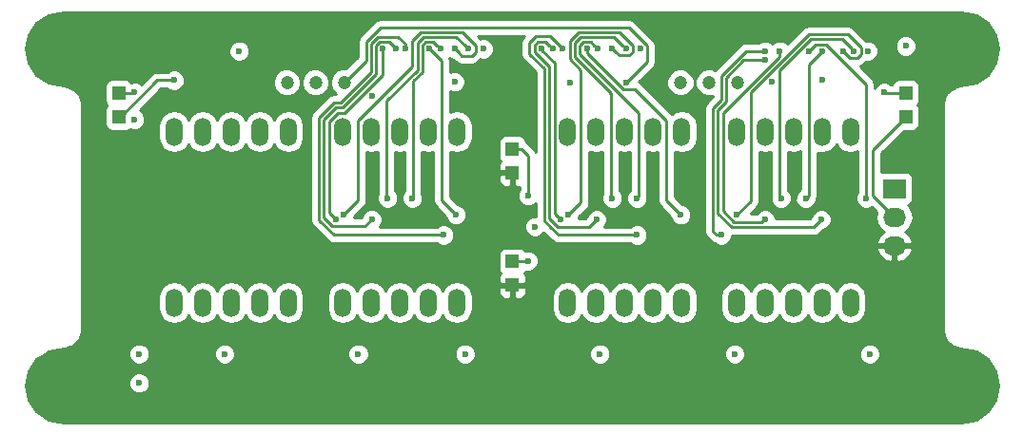
<source format=gtl>
G04 #@! TF.FileFunction,Copper,L1,Top,Signal*
%FSLAX46Y46*%
G04 Gerber Fmt 4.6, Leading zero omitted, Abs format (unit mm)*
G04 Created by KiCad (PCBNEW 4.0.5) date Fri Apr  7 22:27:15 2017*
%MOMM*%
%LPD*%
G01*
G04 APERTURE LIST*
%ADD10C,0.100000*%
%ADD11C,6.200000*%
%ADD12R,1.198880X1.198880*%
%ADD13R,2.032000X1.727200*%
%ADD14O,2.032000X1.727200*%
%ADD15O,1.524000X2.524000*%
%ADD16C,1.200000*%
%ADD17C,0.600000*%
%ADD18C,0.250000*%
%ADD19C,0.254000*%
G04 APERTURE END LIST*
D10*
D11*
X195000000Y-111000000D03*
X115000000Y-111000000D03*
X115000000Y-81000000D03*
D12*
X190000000Y-84950980D03*
X190000000Y-87049020D03*
X120000000Y-84950980D03*
X120000000Y-87049020D03*
X155000000Y-89950980D03*
X155000000Y-92049020D03*
X155000000Y-99950980D03*
X155000000Y-102049020D03*
D13*
X189000000Y-93460000D03*
D14*
X189000000Y-96000000D03*
X189000000Y-98540000D03*
D15*
X124920000Y-103620000D03*
X127460000Y-103620000D03*
X130000000Y-103620000D03*
X132540000Y-103620000D03*
X135080000Y-103620000D03*
X135080000Y-88380000D03*
X132540000Y-88380000D03*
X130000000Y-88380000D03*
X127460000Y-88380000D03*
X124920000Y-88380000D03*
X139920000Y-103620000D03*
X142460000Y-103620000D03*
X145000000Y-103620000D03*
X147540000Y-103620000D03*
X150080000Y-103620000D03*
X150080000Y-88380000D03*
X147540000Y-88380000D03*
X145000000Y-88380000D03*
X142460000Y-88380000D03*
X139920000Y-88380000D03*
X159920000Y-103620000D03*
X162460000Y-103620000D03*
X165000000Y-103620000D03*
X167540000Y-103620000D03*
X170080000Y-103620000D03*
X170080000Y-88380000D03*
X167540000Y-88380000D03*
X165000000Y-88380000D03*
X162460000Y-88380000D03*
X159920000Y-88380000D03*
X174920000Y-103620000D03*
X177460000Y-103620000D03*
X180000000Y-103620000D03*
X182540000Y-103620000D03*
X185080000Y-103620000D03*
X185080000Y-88380000D03*
X182540000Y-88380000D03*
X180000000Y-88380000D03*
X177460000Y-88380000D03*
X174920000Y-88380000D03*
D11*
X195000000Y-81000000D03*
D16*
X140040000Y-84000000D03*
X137500000Y-84000000D03*
X134960000Y-84000000D03*
X175040000Y-84000000D03*
X172500000Y-84000000D03*
X169960000Y-84000000D03*
D17*
X157000000Y-96850000D03*
X190000000Y-80750000D03*
X150800000Y-108200000D03*
X149900000Y-83945860D03*
X121800000Y-110800000D03*
X129400000Y-108200000D03*
X121400000Y-87300000D03*
X121800000Y-108200000D03*
X182600000Y-83800000D03*
X186651737Y-81200000D03*
X166400000Y-81003871D03*
X152400000Y-81003871D03*
X130700000Y-81200000D03*
X141300000Y-108200000D03*
X162800000Y-108200000D03*
X174800000Y-108200000D03*
X186800000Y-108200000D03*
X178100000Y-83900000D03*
X160100000Y-84000000D03*
X153200000Y-92900000D03*
X156564441Y-85414441D03*
X142491747Y-85191746D03*
X127500000Y-83800000D03*
X152200000Y-88000000D03*
X162150000Y-109775002D03*
X132700000Y-112200000D03*
X150173059Y-110826941D03*
X152700000Y-108200000D03*
X163659593Y-110474999D03*
X174265558Y-110834442D03*
X176700000Y-108200000D03*
X188100000Y-84900000D03*
X121400000Y-84900000D03*
X124900000Y-83800000D03*
X156400000Y-94100000D03*
X156400000Y-99900000D03*
X146100000Y-94300000D03*
X148600000Y-81003871D03*
X150000000Y-95800000D03*
X147627890Y-81000011D03*
X145477858Y-81003871D03*
X148900000Y-97600000D03*
X142500000Y-96200000D03*
X144676165Y-81003871D03*
X143500000Y-81003871D03*
X139300000Y-96200000D03*
X143900000Y-94300000D03*
X151100000Y-81003871D03*
X149900000Y-81003871D03*
X140000000Y-95800000D03*
X166100000Y-94300000D03*
X162600000Y-80973289D03*
X161625032Y-80973300D03*
X170000000Y-95800000D03*
X166100000Y-97600000D03*
X159475000Y-81000003D03*
X162500000Y-96200000D03*
X158603313Y-81003870D03*
X157600000Y-80973289D03*
X159334358Y-96243761D03*
X163900000Y-94300000D03*
X165100000Y-80973289D03*
X163900000Y-80973289D03*
X160000000Y-95800000D03*
X181100000Y-94350000D03*
X182600000Y-81225801D03*
X181400000Y-81200000D03*
X186475000Y-94300000D03*
X177500677Y-81999217D03*
X182500000Y-96200000D03*
X177500000Y-96200000D03*
X178800906Y-81199871D03*
X173600000Y-97600000D03*
X177500198Y-81199205D03*
X178900000Y-94300000D03*
X185401735Y-81198953D03*
X184404443Y-81195557D03*
X175000000Y-95800000D03*
X165174999Y-83991732D03*
D18*
X155000000Y-102049020D02*
X155000000Y-101799470D01*
X190000000Y-84950980D02*
X188150980Y-84950980D01*
X188150980Y-84950980D02*
X188100000Y-84900000D01*
X187100000Y-93000000D02*
X187100000Y-94098115D01*
X187100000Y-94098115D02*
X189000000Y-95998115D01*
X189000000Y-95998115D02*
X189000000Y-96000000D01*
X187100000Y-90798460D02*
X187100000Y-91300000D01*
X187100000Y-91300000D02*
X187100000Y-92800000D01*
X190000000Y-87100000D02*
X187100000Y-90000000D01*
X187100000Y-90000000D02*
X187100000Y-91300000D01*
X190000000Y-87049020D02*
X190000000Y-87100000D01*
X187100000Y-92800000D02*
X187100000Y-93000000D01*
X187100000Y-90798460D02*
X187100000Y-93000000D01*
X188847600Y-96540000D02*
X189000000Y-96540000D01*
X120000000Y-84950980D02*
X121349020Y-84950980D01*
X121349020Y-84950980D02*
X121400000Y-84900000D01*
X120000000Y-87049020D02*
X120175982Y-87049020D01*
X120175982Y-87049020D02*
X123425002Y-83800000D01*
X123425002Y-83800000D02*
X124475736Y-83800000D01*
X124475736Y-83800000D02*
X124900000Y-83800000D01*
X155000000Y-89950980D02*
X155849440Y-89950980D01*
X155849440Y-89950980D02*
X156400000Y-90501540D01*
X156400000Y-90501540D02*
X156400000Y-94100000D01*
X155000000Y-99950980D02*
X156349020Y-99950980D01*
X156349020Y-99950980D02*
X156400000Y-99900000D01*
X146100000Y-94300000D02*
X146201053Y-94198947D01*
X146201053Y-94198947D02*
X146201053Y-83874505D01*
X146201053Y-83874505D02*
X147002880Y-83072678D01*
X147002880Y-83072678D02*
X147002880Y-80670553D01*
X147002880Y-80670553D02*
X147298432Y-80375001D01*
X147298432Y-80375001D02*
X147971130Y-80375001D01*
X147971130Y-80375001D02*
X148300001Y-80703872D01*
X148300001Y-80703872D02*
X148600000Y-81003871D01*
X148699395Y-94499395D02*
X148699395Y-94300000D01*
X148699395Y-94300000D02*
X148699395Y-82071516D01*
X150000000Y-95800000D02*
X148699395Y-94499395D01*
X147927889Y-81300010D02*
X147627890Y-81000011D01*
X148699395Y-82071516D02*
X147927889Y-81300010D01*
X144827111Y-79928860D02*
X145477858Y-80579607D01*
X142424989Y-80517469D02*
X143013598Y-79928860D01*
X142424989Y-83079225D02*
X142424989Y-80517469D01*
X137799485Y-96260897D02*
X137799485Y-87127760D01*
X137799485Y-87127760D02*
X139126388Y-85800857D01*
X139703356Y-85800857D02*
X142424989Y-83079225D01*
X148900000Y-97600000D02*
X139138588Y-97600000D01*
X139138588Y-97600000D02*
X137799485Y-96260897D01*
X139126388Y-85800857D02*
X139703356Y-85800857D01*
X145477858Y-80579607D02*
X145477858Y-81003871D01*
X143013598Y-79928860D02*
X144827111Y-79928860D01*
X144676165Y-81003871D02*
X144051165Y-80378871D01*
X144051165Y-80378871D02*
X143199998Y-80378871D01*
X139312788Y-86250868D02*
X138249496Y-87314160D01*
X138999999Y-96825001D02*
X141874999Y-96825001D01*
X143199998Y-80378871D02*
X142875000Y-80703869D01*
X142875000Y-80703869D02*
X142875000Y-83288199D01*
X142875000Y-83288199D02*
X139912330Y-86250868D01*
X138249496Y-96074498D02*
X138999999Y-96825001D01*
X141874999Y-96825001D02*
X142500000Y-96200000D01*
X139912330Y-86250868D02*
X139312788Y-86250868D01*
X138249496Y-87314160D02*
X138249496Y-96074498D01*
X143500000Y-83299609D02*
X143500000Y-81428135D01*
X139499188Y-86700879D02*
X140098730Y-86700879D01*
X139300000Y-96200000D02*
X138699507Y-95599507D01*
X138699507Y-95599507D02*
X138699507Y-87500560D01*
X138699507Y-87500560D02*
X139499188Y-86700879D01*
X140098730Y-86700879D02*
X143500000Y-83299609D01*
X143500000Y-81428135D02*
X143500000Y-81003871D01*
X143900000Y-94300000D02*
X143800162Y-94200162D01*
X143800162Y-94200162D02*
X143800162Y-85638985D01*
X143800162Y-85638985D02*
X146552869Y-82886278D01*
X146552869Y-82886278D02*
X146552869Y-80484154D01*
X146552869Y-80484154D02*
X147112033Y-79924990D01*
X150021119Y-79924990D02*
X150800001Y-80703872D01*
X150800001Y-80703872D02*
X151100000Y-81003871D01*
X147112033Y-79924990D02*
X150021119Y-79924990D01*
X146102858Y-80297755D02*
X146887955Y-79512658D01*
X151725001Y-81303872D02*
X151399940Y-81628933D01*
X151725001Y-80703870D02*
X151725001Y-81303872D01*
X150533789Y-79512658D02*
X151725001Y-80703870D01*
X141299494Y-94500506D02*
X141299494Y-87400271D01*
X146887955Y-79512658D02*
X150533789Y-79512658D01*
X151399940Y-81628933D02*
X150525062Y-81628933D01*
X146102858Y-82596907D02*
X146102858Y-80297755D01*
X141299494Y-87400271D02*
X146102858Y-82596907D01*
X140000000Y-95800000D02*
X141299494Y-94500506D01*
X150199999Y-81303870D02*
X149900000Y-81003871D01*
X150525062Y-81628933D02*
X150199999Y-81303870D01*
X166100000Y-94300000D02*
X166200511Y-94199489D01*
X166200511Y-94199489D02*
X166200511Y-86698798D01*
X166200511Y-86698798D02*
X161000022Y-81498309D01*
X161000022Y-81498309D02*
X161000022Y-80673308D01*
X161000022Y-80673308D02*
X161325040Y-80348290D01*
X161325040Y-80348290D02*
X161975001Y-80348290D01*
X161975001Y-80348290D02*
X162300001Y-80673290D01*
X162300001Y-80673290D02*
X162600000Y-80973289D01*
X168700145Y-87400354D02*
X165916524Y-84616733D01*
X164844201Y-84616733D02*
X161625032Y-81397564D01*
X168700145Y-94500145D02*
X168700145Y-87400354D01*
X170000000Y-95800000D02*
X168700145Y-94500145D01*
X161625032Y-81397564D02*
X161625032Y-80973300D01*
X165916524Y-84616733D02*
X164844201Y-84616733D01*
X166100000Y-97600000D02*
X159129184Y-97600000D01*
X157848880Y-96319696D02*
X158400000Y-96870816D01*
X158400000Y-96870816D02*
X158848297Y-97319113D01*
X159129184Y-97600000D02*
X158400000Y-96870816D01*
X159475000Y-81000003D02*
X159475344Y-81000347D01*
X159499223Y-81000347D02*
X159499223Y-80997500D01*
X159475344Y-81000347D02*
X159499223Y-81000347D01*
X157848880Y-82783581D02*
X157848880Y-96319696D01*
X159499223Y-80997500D02*
X158400000Y-79898277D01*
X158400000Y-79898277D02*
X157113599Y-79898277D01*
X157113599Y-79898277D02*
X156524988Y-80486888D01*
X156524988Y-80486888D02*
X156524988Y-81459690D01*
X156524988Y-81459690D02*
X157848880Y-82783581D01*
X161831238Y-96868762D02*
X159034357Y-96868762D01*
X162500000Y-96200000D02*
X161831238Y-96868762D01*
X158298891Y-96133296D02*
X158298891Y-82597182D01*
X159034357Y-96868762D02*
X158298891Y-96133296D01*
X158298891Y-82597182D02*
X156974999Y-81273290D01*
X156974999Y-81273290D02*
X156974999Y-80673288D01*
X156974999Y-80673288D02*
X157299999Y-80348288D01*
X157299999Y-80348288D02*
X157947731Y-80348288D01*
X157947731Y-80348288D02*
X158303314Y-80703871D01*
X158303314Y-80703871D02*
X158603313Y-81003870D01*
X158748902Y-82266772D02*
X157600000Y-81117870D01*
X159334358Y-96243761D02*
X158748902Y-95658305D01*
X157600000Y-81117870D02*
X157600000Y-80973289D01*
X158748902Y-95658305D02*
X158748902Y-82266772D01*
X163801291Y-86000000D02*
X163801291Y-85498709D01*
X163801291Y-94201291D02*
X163801291Y-86000000D01*
X163801291Y-84992559D02*
X163200000Y-84391268D01*
X163786859Y-84978127D02*
X163200000Y-84391268D01*
X163801291Y-86000000D02*
X163801291Y-84992559D01*
X163200000Y-84391268D02*
X160550012Y-81741280D01*
X163900000Y-94300000D02*
X163801291Y-94201291D01*
X160550013Y-80486907D02*
X160600000Y-80436920D01*
X160600000Y-80436920D02*
X161114251Y-79922669D01*
X160550012Y-81741280D02*
X160550012Y-80486908D01*
X160550012Y-80486908D02*
X160600000Y-80436920D01*
X164049380Y-79922669D02*
X164800001Y-80673290D01*
X164800001Y-80673290D02*
X165100000Y-80973289D01*
X161114251Y-79922669D02*
X164049380Y-79922669D01*
X165725001Y-81273290D02*
X165400001Y-81598290D01*
X164564371Y-79512658D02*
X165725001Y-80673288D01*
X164199999Y-81273288D02*
X163900000Y-80973289D01*
X164525001Y-81598290D02*
X164199999Y-81273288D01*
X165400001Y-81598290D02*
X164525001Y-81598290D01*
X165725001Y-80673288D02*
X165725001Y-81273290D01*
X160887852Y-79512658D02*
X164564371Y-79512658D01*
X161100586Y-94699414D02*
X161100586Y-82871695D01*
X160100000Y-80300510D02*
X160887852Y-79512658D01*
X160100000Y-81871109D02*
X160100000Y-80300510D01*
X160000000Y-95800000D02*
X161100586Y-94699414D01*
X161100586Y-82871695D02*
X160100000Y-81871109D01*
X182600000Y-81225801D02*
X181402074Y-82423727D01*
X181402074Y-82423727D02*
X181402074Y-94047926D01*
X181402074Y-94047926D02*
X181100000Y-94350000D01*
X181699999Y-80900001D02*
X181400000Y-81200000D01*
X182925793Y-80600791D02*
X181999209Y-80600791D01*
X186475000Y-84149998D02*
X182925793Y-80600791D01*
X186475000Y-94300000D02*
X186475000Y-84149998D01*
X181999209Y-80600791D02*
X181699999Y-80900001D01*
X173299838Y-86430897D02*
X174008966Y-85721769D01*
X177076413Y-81999217D02*
X177500677Y-81999217D01*
X175587664Y-81999217D02*
X177076413Y-81999217D01*
X174008966Y-85721769D02*
X174008966Y-83577915D01*
X173299838Y-95661251D02*
X173299838Y-86430897D01*
X181799753Y-96900247D02*
X174538834Y-96900247D01*
X182500000Y-96200000D02*
X181799753Y-96900247D01*
X174008966Y-83577915D02*
X175587664Y-81999217D01*
X174538834Y-96900247D02*
X173299838Y-95661251D01*
X173749849Y-86747666D02*
X173749849Y-95474851D01*
X178800906Y-81399146D02*
X178800273Y-81399779D01*
X178800273Y-81697242D02*
X173749849Y-86747666D01*
X178800273Y-81399779D02*
X178800273Y-81697242D01*
X178800906Y-81199871D02*
X178800906Y-81399146D01*
X173749849Y-95474851D02*
X174699999Y-96425001D01*
X174699999Y-96425001D02*
X176100000Y-96425001D01*
X176100000Y-96425001D02*
X176651920Y-96425001D01*
X177500000Y-96200000D02*
X177400000Y-96200000D01*
X177400000Y-96200000D02*
X177174999Y-96425001D01*
X177174999Y-96425001D02*
X176100000Y-96425001D01*
X172849828Y-97274092D02*
X172849828Y-86301064D01*
X173598955Y-83398919D02*
X175798669Y-81199205D01*
X175798669Y-81199205D02*
X177075934Y-81199205D01*
X173598955Y-85551937D02*
X173598955Y-83398919D01*
X173600000Y-97600000D02*
X173175736Y-97600000D01*
X173175736Y-97600000D02*
X172849828Y-97274092D01*
X172849828Y-86301064D02*
X173598955Y-85551937D01*
X177075934Y-81199205D02*
X177500198Y-81199205D01*
X178799696Y-93900000D02*
X178799696Y-82896838D01*
X178900000Y-94300000D02*
X178799696Y-94199696D01*
X178799696Y-94199696D02*
X178799696Y-93900000D01*
X178799696Y-82896838D02*
X181545754Y-80150780D01*
X181545754Y-80150780D02*
X184353562Y-80150780D01*
X184353562Y-80150780D02*
X185101736Y-80898954D01*
X185101736Y-80898954D02*
X185401735Y-81198953D01*
X185701737Y-81823955D02*
X185032841Y-81823955D01*
X186026737Y-81498955D02*
X185701737Y-81823955D01*
X176202309Y-94597691D02*
X176202309Y-84875048D01*
X186026737Y-80898951D02*
X186026737Y-81498955D01*
X175000000Y-95800000D02*
X176202309Y-94597691D01*
X184828555Y-79700769D02*
X186026737Y-80898951D01*
X185032841Y-81823955D02*
X184704442Y-81495556D01*
X181376588Y-79700769D02*
X184828555Y-79700769D01*
X176202309Y-84875048D02*
X181376588Y-79700769D01*
X184704442Y-81495556D02*
X184404443Y-81195557D01*
X140040000Y-84000000D02*
X142014979Y-82025021D01*
X142014979Y-82025021D02*
X142014979Y-80347639D01*
X142014979Y-80347639D02*
X143259971Y-79102647D01*
X143259971Y-79102647D02*
X165364578Y-79102647D01*
X165364578Y-79102647D02*
X166985001Y-80723070D01*
X166985001Y-80723070D02*
X166985001Y-82181730D01*
X166985001Y-82181730D02*
X165474998Y-83691733D01*
X165474998Y-83691733D02*
X165174999Y-83991732D01*
D19*
G36*
X196253707Y-77973288D02*
X197316546Y-78683454D01*
X198026712Y-79746295D01*
X198276090Y-81000000D01*
X198026712Y-82253705D01*
X197316546Y-83316546D01*
X196253707Y-84026712D01*
X194861486Y-84303642D01*
X194478804Y-84379762D01*
X194384629Y-84418771D01*
X194222862Y-84485777D01*
X193898438Y-84702549D01*
X193766956Y-84834032D01*
X193702549Y-84898439D01*
X193485776Y-85222862D01*
X193422042Y-85376732D01*
X193379762Y-85478804D01*
X193303642Y-85861487D01*
X193303642Y-85931416D01*
X193290000Y-86000000D01*
X193290000Y-106000000D01*
X193303642Y-106068584D01*
X193303642Y-106138513D01*
X193379762Y-106521196D01*
X193399395Y-106568593D01*
X193485776Y-106777138D01*
X193702549Y-107101561D01*
X193702550Y-107101562D01*
X193898438Y-107297451D01*
X194222862Y-107514223D01*
X194328877Y-107558136D01*
X194478804Y-107620238D01*
X194861486Y-107696358D01*
X196253707Y-107973288D01*
X197316546Y-108683454D01*
X198026712Y-109746295D01*
X198276090Y-111000000D01*
X198026712Y-112253705D01*
X197316546Y-113316546D01*
X196253707Y-114026712D01*
X194930069Y-114290000D01*
X115069931Y-114290000D01*
X113746295Y-114026712D01*
X112683454Y-113316546D01*
X111973288Y-112253707D01*
X111723910Y-111000000D01*
X111726860Y-110985167D01*
X120864838Y-110985167D01*
X121006883Y-111328943D01*
X121269673Y-111592192D01*
X121613201Y-111734838D01*
X121985167Y-111735162D01*
X122328943Y-111593117D01*
X122592192Y-111330327D01*
X122734838Y-110986799D01*
X122735162Y-110614833D01*
X122593117Y-110271057D01*
X122330327Y-110007808D01*
X121986799Y-109865162D01*
X121614833Y-109864838D01*
X121271057Y-110006883D01*
X121007808Y-110269673D01*
X120865162Y-110613201D01*
X120864838Y-110985167D01*
X111726860Y-110985167D01*
X111973288Y-109746293D01*
X112683454Y-108683454D01*
X113129873Y-108385167D01*
X120864838Y-108385167D01*
X121006883Y-108728943D01*
X121269673Y-108992192D01*
X121613201Y-109134838D01*
X121985167Y-109135162D01*
X122328943Y-108993117D01*
X122592192Y-108730327D01*
X122734838Y-108386799D01*
X122734839Y-108385167D01*
X128464838Y-108385167D01*
X128606883Y-108728943D01*
X128869673Y-108992192D01*
X129213201Y-109134838D01*
X129585167Y-109135162D01*
X129928943Y-108993117D01*
X130192192Y-108730327D01*
X130334838Y-108386799D01*
X130334839Y-108385167D01*
X140364838Y-108385167D01*
X140506883Y-108728943D01*
X140769673Y-108992192D01*
X141113201Y-109134838D01*
X141485167Y-109135162D01*
X141828943Y-108993117D01*
X142092192Y-108730327D01*
X142234838Y-108386799D01*
X142234839Y-108385167D01*
X149864838Y-108385167D01*
X150006883Y-108728943D01*
X150269673Y-108992192D01*
X150613201Y-109134838D01*
X150985167Y-109135162D01*
X151328943Y-108993117D01*
X151592192Y-108730327D01*
X151734838Y-108386799D01*
X151734839Y-108385167D01*
X161864838Y-108385167D01*
X162006883Y-108728943D01*
X162269673Y-108992192D01*
X162613201Y-109134838D01*
X162985167Y-109135162D01*
X163328943Y-108993117D01*
X163592192Y-108730327D01*
X163734838Y-108386799D01*
X163734839Y-108385167D01*
X173864838Y-108385167D01*
X174006883Y-108728943D01*
X174269673Y-108992192D01*
X174613201Y-109134838D01*
X174985167Y-109135162D01*
X175328943Y-108993117D01*
X175592192Y-108730327D01*
X175734838Y-108386799D01*
X175734839Y-108385167D01*
X185864838Y-108385167D01*
X186006883Y-108728943D01*
X186269673Y-108992192D01*
X186613201Y-109134838D01*
X186985167Y-109135162D01*
X187328943Y-108993117D01*
X187592192Y-108730327D01*
X187734838Y-108386799D01*
X187735162Y-108014833D01*
X187593117Y-107671057D01*
X187330327Y-107407808D01*
X186986799Y-107265162D01*
X186614833Y-107264838D01*
X186271057Y-107406883D01*
X186007808Y-107669673D01*
X185865162Y-108013201D01*
X185864838Y-108385167D01*
X175734839Y-108385167D01*
X175735162Y-108014833D01*
X175593117Y-107671057D01*
X175330327Y-107407808D01*
X174986799Y-107265162D01*
X174614833Y-107264838D01*
X174271057Y-107406883D01*
X174007808Y-107669673D01*
X173865162Y-108013201D01*
X173864838Y-108385167D01*
X163734839Y-108385167D01*
X163735162Y-108014833D01*
X163593117Y-107671057D01*
X163330327Y-107407808D01*
X162986799Y-107265162D01*
X162614833Y-107264838D01*
X162271057Y-107406883D01*
X162007808Y-107669673D01*
X161865162Y-108013201D01*
X161864838Y-108385167D01*
X151734839Y-108385167D01*
X151735162Y-108014833D01*
X151593117Y-107671057D01*
X151330327Y-107407808D01*
X150986799Y-107265162D01*
X150614833Y-107264838D01*
X150271057Y-107406883D01*
X150007808Y-107669673D01*
X149865162Y-108013201D01*
X149864838Y-108385167D01*
X142234839Y-108385167D01*
X142235162Y-108014833D01*
X142093117Y-107671057D01*
X141830327Y-107407808D01*
X141486799Y-107265162D01*
X141114833Y-107264838D01*
X140771057Y-107406883D01*
X140507808Y-107669673D01*
X140365162Y-108013201D01*
X140364838Y-108385167D01*
X130334839Y-108385167D01*
X130335162Y-108014833D01*
X130193117Y-107671057D01*
X129930327Y-107407808D01*
X129586799Y-107265162D01*
X129214833Y-107264838D01*
X128871057Y-107406883D01*
X128607808Y-107669673D01*
X128465162Y-108013201D01*
X128464838Y-108385167D01*
X122734839Y-108385167D01*
X122735162Y-108014833D01*
X122593117Y-107671057D01*
X122330327Y-107407808D01*
X121986799Y-107265162D01*
X121614833Y-107264838D01*
X121271057Y-107406883D01*
X121007808Y-107669673D01*
X120865162Y-108013201D01*
X120864838Y-108385167D01*
X113129873Y-108385167D01*
X113746295Y-107973288D01*
X115138514Y-107696358D01*
X115138515Y-107696358D01*
X115521196Y-107620238D01*
X115615369Y-107581230D01*
X115777138Y-107514224D01*
X116101561Y-107297451D01*
X116134174Y-107264838D01*
X116297451Y-107101562D01*
X116514223Y-106777138D01*
X116564419Y-106655954D01*
X116620238Y-106521196D01*
X116696358Y-106138514D01*
X116696358Y-106068584D01*
X116710000Y-106000000D01*
X116710000Y-103082836D01*
X123523000Y-103082836D01*
X123523000Y-104157164D01*
X123629340Y-104691773D01*
X123932172Y-105144992D01*
X124385391Y-105447824D01*
X124920000Y-105554164D01*
X125454609Y-105447824D01*
X125907828Y-105144992D01*
X126190000Y-104722693D01*
X126472172Y-105144992D01*
X126925391Y-105447824D01*
X127460000Y-105554164D01*
X127994609Y-105447824D01*
X128447828Y-105144992D01*
X128730000Y-104722693D01*
X129012172Y-105144992D01*
X129465391Y-105447824D01*
X130000000Y-105554164D01*
X130534609Y-105447824D01*
X130987828Y-105144992D01*
X131270000Y-104722693D01*
X131552172Y-105144992D01*
X132005391Y-105447824D01*
X132540000Y-105554164D01*
X133074609Y-105447824D01*
X133527828Y-105144992D01*
X133810000Y-104722693D01*
X134092172Y-105144992D01*
X134545391Y-105447824D01*
X135080000Y-105554164D01*
X135614609Y-105447824D01*
X136067828Y-105144992D01*
X136370660Y-104691773D01*
X136477000Y-104157164D01*
X136477000Y-103082836D01*
X138523000Y-103082836D01*
X138523000Y-104157164D01*
X138629340Y-104691773D01*
X138932172Y-105144992D01*
X139385391Y-105447824D01*
X139920000Y-105554164D01*
X140454609Y-105447824D01*
X140907828Y-105144992D01*
X141190000Y-104722693D01*
X141472172Y-105144992D01*
X141925391Y-105447824D01*
X142460000Y-105554164D01*
X142994609Y-105447824D01*
X143447828Y-105144992D01*
X143730000Y-104722693D01*
X144012172Y-105144992D01*
X144465391Y-105447824D01*
X145000000Y-105554164D01*
X145534609Y-105447824D01*
X145987828Y-105144992D01*
X146270000Y-104722693D01*
X146552172Y-105144992D01*
X147005391Y-105447824D01*
X147540000Y-105554164D01*
X148074609Y-105447824D01*
X148527828Y-105144992D01*
X148810000Y-104722693D01*
X149092172Y-105144992D01*
X149545391Y-105447824D01*
X150080000Y-105554164D01*
X150614609Y-105447824D01*
X151067828Y-105144992D01*
X151370660Y-104691773D01*
X151477000Y-104157164D01*
X151477000Y-103082836D01*
X151370660Y-102548227D01*
X151228033Y-102334770D01*
X153765560Y-102334770D01*
X153765560Y-102774769D01*
X153862233Y-103008158D01*
X154040861Y-103186787D01*
X154274250Y-103283460D01*
X154714250Y-103283460D01*
X154873000Y-103124710D01*
X154873000Y-102176020D01*
X155127000Y-102176020D01*
X155127000Y-103124710D01*
X155285750Y-103283460D01*
X155725750Y-103283460D01*
X155959139Y-103186787D01*
X156063089Y-103082836D01*
X158523000Y-103082836D01*
X158523000Y-104157164D01*
X158629340Y-104691773D01*
X158932172Y-105144992D01*
X159385391Y-105447824D01*
X159920000Y-105554164D01*
X160454609Y-105447824D01*
X160907828Y-105144992D01*
X161190000Y-104722693D01*
X161472172Y-105144992D01*
X161925391Y-105447824D01*
X162460000Y-105554164D01*
X162994609Y-105447824D01*
X163447828Y-105144992D01*
X163730000Y-104722693D01*
X164012172Y-105144992D01*
X164465391Y-105447824D01*
X165000000Y-105554164D01*
X165534609Y-105447824D01*
X165987828Y-105144992D01*
X166270000Y-104722693D01*
X166552172Y-105144992D01*
X167005391Y-105447824D01*
X167540000Y-105554164D01*
X168074609Y-105447824D01*
X168527828Y-105144992D01*
X168810000Y-104722693D01*
X169092172Y-105144992D01*
X169545391Y-105447824D01*
X170080000Y-105554164D01*
X170614609Y-105447824D01*
X171067828Y-105144992D01*
X171370660Y-104691773D01*
X171477000Y-104157164D01*
X171477000Y-103082836D01*
X173523000Y-103082836D01*
X173523000Y-104157164D01*
X173629340Y-104691773D01*
X173932172Y-105144992D01*
X174385391Y-105447824D01*
X174920000Y-105554164D01*
X175454609Y-105447824D01*
X175907828Y-105144992D01*
X176190000Y-104722693D01*
X176472172Y-105144992D01*
X176925391Y-105447824D01*
X177460000Y-105554164D01*
X177994609Y-105447824D01*
X178447828Y-105144992D01*
X178730000Y-104722693D01*
X179012172Y-105144992D01*
X179465391Y-105447824D01*
X180000000Y-105554164D01*
X180534609Y-105447824D01*
X180987828Y-105144992D01*
X181270000Y-104722693D01*
X181552172Y-105144992D01*
X182005391Y-105447824D01*
X182540000Y-105554164D01*
X183074609Y-105447824D01*
X183527828Y-105144992D01*
X183810000Y-104722693D01*
X184092172Y-105144992D01*
X184545391Y-105447824D01*
X185080000Y-105554164D01*
X185614609Y-105447824D01*
X186067828Y-105144992D01*
X186370660Y-104691773D01*
X186477000Y-104157164D01*
X186477000Y-103082836D01*
X186370660Y-102548227D01*
X186067828Y-102095008D01*
X185614609Y-101792176D01*
X185080000Y-101685836D01*
X184545391Y-101792176D01*
X184092172Y-102095008D01*
X183810000Y-102517307D01*
X183527828Y-102095008D01*
X183074609Y-101792176D01*
X182540000Y-101685836D01*
X182005391Y-101792176D01*
X181552172Y-102095008D01*
X181270000Y-102517307D01*
X180987828Y-102095008D01*
X180534609Y-101792176D01*
X180000000Y-101685836D01*
X179465391Y-101792176D01*
X179012172Y-102095008D01*
X178730000Y-102517307D01*
X178447828Y-102095008D01*
X177994609Y-101792176D01*
X177460000Y-101685836D01*
X176925391Y-101792176D01*
X176472172Y-102095008D01*
X176190000Y-102517307D01*
X175907828Y-102095008D01*
X175454609Y-101792176D01*
X174920000Y-101685836D01*
X174385391Y-101792176D01*
X173932172Y-102095008D01*
X173629340Y-102548227D01*
X173523000Y-103082836D01*
X171477000Y-103082836D01*
X171370660Y-102548227D01*
X171067828Y-102095008D01*
X170614609Y-101792176D01*
X170080000Y-101685836D01*
X169545391Y-101792176D01*
X169092172Y-102095008D01*
X168810000Y-102517307D01*
X168527828Y-102095008D01*
X168074609Y-101792176D01*
X167540000Y-101685836D01*
X167005391Y-101792176D01*
X166552172Y-102095008D01*
X166270000Y-102517307D01*
X165987828Y-102095008D01*
X165534609Y-101792176D01*
X165000000Y-101685836D01*
X164465391Y-101792176D01*
X164012172Y-102095008D01*
X163730000Y-102517307D01*
X163447828Y-102095008D01*
X162994609Y-101792176D01*
X162460000Y-101685836D01*
X161925391Y-101792176D01*
X161472172Y-102095008D01*
X161190000Y-102517307D01*
X160907828Y-102095008D01*
X160454609Y-101792176D01*
X159920000Y-101685836D01*
X159385391Y-101792176D01*
X158932172Y-102095008D01*
X158629340Y-102548227D01*
X158523000Y-103082836D01*
X156063089Y-103082836D01*
X156137767Y-103008158D01*
X156234440Y-102774769D01*
X156234440Y-102334770D01*
X156075690Y-102176020D01*
X155127000Y-102176020D01*
X154873000Y-102176020D01*
X153924310Y-102176020D01*
X153765560Y-102334770D01*
X151228033Y-102334770D01*
X151067828Y-102095008D01*
X150614609Y-101792176D01*
X150080000Y-101685836D01*
X149545391Y-101792176D01*
X149092172Y-102095008D01*
X148810000Y-102517307D01*
X148527828Y-102095008D01*
X148074609Y-101792176D01*
X147540000Y-101685836D01*
X147005391Y-101792176D01*
X146552172Y-102095008D01*
X146270000Y-102517307D01*
X145987828Y-102095008D01*
X145534609Y-101792176D01*
X145000000Y-101685836D01*
X144465391Y-101792176D01*
X144012172Y-102095008D01*
X143730000Y-102517307D01*
X143447828Y-102095008D01*
X142994609Y-101792176D01*
X142460000Y-101685836D01*
X141925391Y-101792176D01*
X141472172Y-102095008D01*
X141190000Y-102517307D01*
X140907828Y-102095008D01*
X140454609Y-101792176D01*
X139920000Y-101685836D01*
X139385391Y-101792176D01*
X138932172Y-102095008D01*
X138629340Y-102548227D01*
X138523000Y-103082836D01*
X136477000Y-103082836D01*
X136370660Y-102548227D01*
X136067828Y-102095008D01*
X135614609Y-101792176D01*
X135080000Y-101685836D01*
X134545391Y-101792176D01*
X134092172Y-102095008D01*
X133810000Y-102517307D01*
X133527828Y-102095008D01*
X133074609Y-101792176D01*
X132540000Y-101685836D01*
X132005391Y-101792176D01*
X131552172Y-102095008D01*
X131270000Y-102517307D01*
X130987828Y-102095008D01*
X130534609Y-101792176D01*
X130000000Y-101685836D01*
X129465391Y-101792176D01*
X129012172Y-102095008D01*
X128730000Y-102517307D01*
X128447828Y-102095008D01*
X127994609Y-101792176D01*
X127460000Y-101685836D01*
X126925391Y-101792176D01*
X126472172Y-102095008D01*
X126190000Y-102517307D01*
X125907828Y-102095008D01*
X125454609Y-101792176D01*
X124920000Y-101685836D01*
X124385391Y-101792176D01*
X123932172Y-102095008D01*
X123629340Y-102548227D01*
X123523000Y-103082836D01*
X116710000Y-103082836D01*
X116710000Y-99351540D01*
X153753120Y-99351540D01*
X153753120Y-100550420D01*
X153797398Y-100785737D01*
X153936470Y-101001861D01*
X153944659Y-101007456D01*
X153862233Y-101089882D01*
X153765560Y-101323271D01*
X153765560Y-101763270D01*
X153924310Y-101922020D01*
X154873000Y-101922020D01*
X154873000Y-101902020D01*
X155127000Y-101902020D01*
X155127000Y-101922020D01*
X156075690Y-101922020D01*
X156234440Y-101763270D01*
X156234440Y-101323271D01*
X156137767Y-101089882D01*
X156055555Y-101007669D01*
X156182388Y-100822043D01*
X156213201Y-100834838D01*
X156585167Y-100835162D01*
X156928943Y-100693117D01*
X157192192Y-100430327D01*
X157334838Y-100086799D01*
X157335162Y-99714833D01*
X157193117Y-99371057D01*
X156930327Y-99107808D01*
X156586799Y-98965162D01*
X156214833Y-98964838D01*
X156128218Y-99000627D01*
X156063530Y-98900099D01*
X156061960Y-98899026D01*
X187392642Y-98899026D01*
X187395291Y-98914791D01*
X187649268Y-99442036D01*
X188085680Y-99831954D01*
X188638087Y-100025184D01*
X188873000Y-99880924D01*
X188873000Y-98667000D01*
X189127000Y-98667000D01*
X189127000Y-99880924D01*
X189361913Y-100025184D01*
X189914320Y-99831954D01*
X190350732Y-99442036D01*
X190604709Y-98914791D01*
X190607358Y-98899026D01*
X190486217Y-98667000D01*
X189127000Y-98667000D01*
X188873000Y-98667000D01*
X187513783Y-98667000D01*
X187392642Y-98899026D01*
X156061960Y-98899026D01*
X155851330Y-98755109D01*
X155599440Y-98704100D01*
X154400560Y-98704100D01*
X154165243Y-98748378D01*
X153949119Y-98887450D01*
X153804129Y-99099650D01*
X153753120Y-99351540D01*
X116710000Y-99351540D01*
X116710000Y-86000000D01*
X116696358Y-85931416D01*
X116696358Y-85861486D01*
X116620238Y-85478804D01*
X116533320Y-85268966D01*
X116514223Y-85222862D01*
X116297451Y-84898438D01*
X116101562Y-84702550D01*
X116101561Y-84702549D01*
X115777138Y-84485776D01*
X115593368Y-84409657D01*
X115521196Y-84379762D01*
X115379315Y-84351540D01*
X118753120Y-84351540D01*
X118753120Y-85550420D01*
X118797398Y-85785737D01*
X118936470Y-86001861D01*
X118937467Y-86002543D01*
X118804129Y-86197690D01*
X118753120Y-86449580D01*
X118753120Y-87648460D01*
X118797398Y-87883777D01*
X118936470Y-88099901D01*
X119148670Y-88244891D01*
X119400560Y-88295900D01*
X120599440Y-88295900D01*
X120834757Y-88251622D01*
X120999039Y-88145910D01*
X121213201Y-88234838D01*
X121585167Y-88235162D01*
X121928943Y-88093117D01*
X122179661Y-87842836D01*
X123523000Y-87842836D01*
X123523000Y-88917164D01*
X123629340Y-89451773D01*
X123932172Y-89904992D01*
X124385391Y-90207824D01*
X124920000Y-90314164D01*
X125454609Y-90207824D01*
X125907828Y-89904992D01*
X126190000Y-89482693D01*
X126472172Y-89904992D01*
X126925391Y-90207824D01*
X127460000Y-90314164D01*
X127994609Y-90207824D01*
X128447828Y-89904992D01*
X128730000Y-89482693D01*
X129012172Y-89904992D01*
X129465391Y-90207824D01*
X130000000Y-90314164D01*
X130534609Y-90207824D01*
X130987828Y-89904992D01*
X131270000Y-89482693D01*
X131552172Y-89904992D01*
X132005391Y-90207824D01*
X132540000Y-90314164D01*
X133074609Y-90207824D01*
X133527828Y-89904992D01*
X133810000Y-89482693D01*
X134092172Y-89904992D01*
X134545391Y-90207824D01*
X135080000Y-90314164D01*
X135614609Y-90207824D01*
X136067828Y-89904992D01*
X136370660Y-89451773D01*
X136477000Y-88917164D01*
X136477000Y-87842836D01*
X136370660Y-87308227D01*
X136250076Y-87127760D01*
X137039485Y-87127760D01*
X137039485Y-96260897D01*
X137097337Y-96551736D01*
X137262084Y-96798298D01*
X138601187Y-98137401D01*
X138847749Y-98302148D01*
X139138588Y-98360000D01*
X148337537Y-98360000D01*
X148369673Y-98392192D01*
X148713201Y-98534838D01*
X149085167Y-98535162D01*
X149428943Y-98393117D01*
X149692192Y-98130327D01*
X149834838Y-97786799D01*
X149835162Y-97414833D01*
X149693117Y-97071057D01*
X149430327Y-96807808D01*
X149086799Y-96665162D01*
X148714833Y-96664838D01*
X148371057Y-96806883D01*
X148337882Y-96840000D01*
X143182327Y-96840000D01*
X143292192Y-96730327D01*
X143434838Y-96386799D01*
X143435162Y-96014833D01*
X143293117Y-95671057D01*
X143030327Y-95407808D01*
X142686799Y-95265162D01*
X142314833Y-95264838D01*
X141971057Y-95406883D01*
X141707808Y-95669673D01*
X141565162Y-96013201D01*
X141565121Y-96060077D01*
X141560197Y-96065001D01*
X140902366Y-96065001D01*
X140934838Y-95986799D01*
X140934879Y-95939923D01*
X141836895Y-95037907D01*
X142001642Y-94791345D01*
X142059494Y-94500506D01*
X142059494Y-90234499D01*
X142460000Y-90314164D01*
X142994609Y-90207824D01*
X143040162Y-90177386D01*
X143040162Y-93932582D01*
X142965162Y-94113201D01*
X142964838Y-94485167D01*
X143106883Y-94828943D01*
X143369673Y-95092192D01*
X143713201Y-95234838D01*
X144085167Y-95235162D01*
X144428943Y-95093117D01*
X144692192Y-94830327D01*
X144834838Y-94486799D01*
X144835162Y-94114833D01*
X144693117Y-93771057D01*
X144560162Y-93637870D01*
X144560162Y-90226675D01*
X145000000Y-90314164D01*
X145441053Y-90226433D01*
X145441053Y-93636660D01*
X145307808Y-93769673D01*
X145165162Y-94113201D01*
X145164838Y-94485167D01*
X145306883Y-94828943D01*
X145569673Y-95092192D01*
X145913201Y-95234838D01*
X146285167Y-95235162D01*
X146628943Y-95093117D01*
X146892192Y-94830327D01*
X147034838Y-94486799D01*
X147035162Y-94114833D01*
X146961053Y-93935475D01*
X146961053Y-90178198D01*
X147005391Y-90207824D01*
X147540000Y-90314164D01*
X147939395Y-90234720D01*
X147939395Y-94499395D01*
X147997247Y-94790234D01*
X148161994Y-95036796D01*
X149064878Y-95939680D01*
X149064838Y-95985167D01*
X149206883Y-96328943D01*
X149469673Y-96592192D01*
X149813201Y-96734838D01*
X150185167Y-96735162D01*
X150528943Y-96593117D01*
X150792192Y-96330327D01*
X150934838Y-95986799D01*
X150935162Y-95614833D01*
X150793117Y-95271057D01*
X150530327Y-95007808D01*
X150186799Y-94865162D01*
X150139923Y-94865121D01*
X149459395Y-94184593D01*
X149459395Y-92334770D01*
X153765560Y-92334770D01*
X153765560Y-92774769D01*
X153862233Y-93008158D01*
X154040861Y-93186787D01*
X154274250Y-93283460D01*
X154714250Y-93283460D01*
X154873000Y-93124710D01*
X154873000Y-92176020D01*
X153924310Y-92176020D01*
X153765560Y-92334770D01*
X149459395Y-92334770D01*
X149459395Y-90150363D01*
X149545391Y-90207824D01*
X150080000Y-90314164D01*
X150614609Y-90207824D01*
X151067828Y-89904992D01*
X151370660Y-89451773D01*
X151477000Y-88917164D01*
X151477000Y-87842836D01*
X151370660Y-87308227D01*
X151067828Y-86855008D01*
X150614609Y-86552176D01*
X150080000Y-86445836D01*
X149545391Y-86552176D01*
X149459395Y-86609637D01*
X149459395Y-84775308D01*
X149713201Y-84880698D01*
X150085167Y-84881022D01*
X150428943Y-84738977D01*
X150692192Y-84476187D01*
X150834838Y-84132659D01*
X150835162Y-83760693D01*
X150693117Y-83416917D01*
X150430327Y-83153668D01*
X150086799Y-83011022D01*
X149714833Y-83010698D01*
X149459395Y-83116243D01*
X149459395Y-82071516D01*
X149451558Y-82032119D01*
X149407749Y-81811873D01*
X149713201Y-81938709D01*
X149760077Y-81938750D01*
X149987661Y-82166335D01*
X150188362Y-82300438D01*
X150234223Y-82331081D01*
X150525062Y-82388933D01*
X151399940Y-82388933D01*
X151690779Y-82331081D01*
X151937341Y-82166334D01*
X152179118Y-81924557D01*
X152213201Y-81938709D01*
X152585167Y-81939033D01*
X152928943Y-81796988D01*
X153192192Y-81534198D01*
X153334838Y-81190670D01*
X153335162Y-80818704D01*
X153193117Y-80474928D01*
X152930327Y-80211679D01*
X152586799Y-80069033D01*
X152214833Y-80068709D01*
X152179317Y-80083384D01*
X151958580Y-79862647D01*
X156074427Y-79862647D01*
X155987587Y-79949487D01*
X155822840Y-80196049D01*
X155764988Y-80486888D01*
X155764988Y-81459690D01*
X155822840Y-81750530D01*
X155987587Y-81997091D01*
X157088880Y-83098383D01*
X157088880Y-90190843D01*
X156937401Y-89964139D01*
X156386841Y-89413579D01*
X156240105Y-89315533D01*
X156202602Y-89116223D01*
X156063530Y-88900099D01*
X155851330Y-88755109D01*
X155599440Y-88704100D01*
X154400560Y-88704100D01*
X154165243Y-88748378D01*
X153949119Y-88887450D01*
X153804129Y-89099650D01*
X153753120Y-89351540D01*
X153753120Y-90550420D01*
X153797398Y-90785737D01*
X153936470Y-91001861D01*
X153944659Y-91007456D01*
X153862233Y-91089882D01*
X153765560Y-91323271D01*
X153765560Y-91763270D01*
X153924310Y-91922020D01*
X154873000Y-91922020D01*
X154873000Y-91902020D01*
X155127000Y-91902020D01*
X155127000Y-91922020D01*
X155147000Y-91922020D01*
X155147000Y-92176020D01*
X155127000Y-92176020D01*
X155127000Y-93124710D01*
X155285750Y-93283460D01*
X155640000Y-93283460D01*
X155640000Y-93537537D01*
X155607808Y-93569673D01*
X155465162Y-93913201D01*
X155464838Y-94285167D01*
X155606883Y-94628943D01*
X155869673Y-94892192D01*
X156213201Y-95034838D01*
X156585167Y-95035162D01*
X156928943Y-94893117D01*
X157088880Y-94733459D01*
X157088880Y-95915077D01*
X156814833Y-95914838D01*
X156471057Y-96056883D01*
X156207808Y-96319673D01*
X156065162Y-96663201D01*
X156064838Y-97035167D01*
X156206883Y-97378943D01*
X156469673Y-97642192D01*
X156813201Y-97784838D01*
X157185167Y-97785162D01*
X157528943Y-97643117D01*
X157792192Y-97380327D01*
X157804667Y-97350285D01*
X158591783Y-98137401D01*
X158838345Y-98302148D01*
X159129184Y-98360000D01*
X165537537Y-98360000D01*
X165569673Y-98392192D01*
X165913201Y-98534838D01*
X166285167Y-98535162D01*
X166628943Y-98393117D01*
X166892192Y-98130327D01*
X167034838Y-97786799D01*
X167035162Y-97414833D01*
X166893117Y-97071057D01*
X166630327Y-96807808D01*
X166286799Y-96665162D01*
X165914833Y-96664838D01*
X165571057Y-96806883D01*
X165537882Y-96840000D01*
X163182327Y-96840000D01*
X163292192Y-96730327D01*
X163434838Y-96386799D01*
X163435162Y-96014833D01*
X163293117Y-95671057D01*
X163030327Y-95407808D01*
X162686799Y-95265162D01*
X162314833Y-95264838D01*
X161971057Y-95406883D01*
X161707808Y-95669673D01*
X161565162Y-96013201D01*
X161565121Y-96060077D01*
X161516436Y-96108762D01*
X160884194Y-96108762D01*
X160934838Y-95986799D01*
X160934879Y-95939923D01*
X161637987Y-95236815D01*
X161802734Y-94990253D01*
X161860586Y-94699414D01*
X161860586Y-90164523D01*
X161925391Y-90207824D01*
X162460000Y-90314164D01*
X162994609Y-90207824D01*
X163041291Y-90176632D01*
X163041291Y-93929863D01*
X162965162Y-94113201D01*
X162964838Y-94485167D01*
X163106883Y-94828943D01*
X163369673Y-95092192D01*
X163713201Y-95234838D01*
X164085167Y-95235162D01*
X164428943Y-95093117D01*
X164692192Y-94830327D01*
X164834838Y-94486799D01*
X164835162Y-94114833D01*
X164693117Y-93771057D01*
X164561291Y-93639001D01*
X164561291Y-90226900D01*
X165000000Y-90314164D01*
X165440511Y-90226541D01*
X165440511Y-93637201D01*
X165307808Y-93769673D01*
X165165162Y-94113201D01*
X165164838Y-94485167D01*
X165306883Y-94828943D01*
X165569673Y-95092192D01*
X165913201Y-95234838D01*
X166285167Y-95235162D01*
X166628943Y-95093117D01*
X166892192Y-94830327D01*
X167034838Y-94486799D01*
X167035162Y-94114833D01*
X166960511Y-93934163D01*
X166960511Y-90177836D01*
X167005391Y-90207824D01*
X167540000Y-90314164D01*
X167940145Y-90234570D01*
X167940145Y-94500145D01*
X167997997Y-94790984D01*
X168162744Y-95037546D01*
X169064878Y-95939680D01*
X169064838Y-95985167D01*
X169206883Y-96328943D01*
X169469673Y-96592192D01*
X169813201Y-96734838D01*
X170185167Y-96735162D01*
X170528943Y-96593117D01*
X170792192Y-96330327D01*
X170934838Y-95986799D01*
X170935162Y-95614833D01*
X170793117Y-95271057D01*
X170530327Y-95007808D01*
X170186799Y-94865162D01*
X170139923Y-94865121D01*
X169460145Y-94185343D01*
X169460145Y-90150864D01*
X169545391Y-90207824D01*
X170080000Y-90314164D01*
X170614609Y-90207824D01*
X171067828Y-89904992D01*
X171370660Y-89451773D01*
X171477000Y-88917164D01*
X171477000Y-87842836D01*
X171370660Y-87308227D01*
X171067828Y-86855008D01*
X170614609Y-86552176D01*
X170080000Y-86445836D01*
X169545391Y-86552176D01*
X169174555Y-86799962D01*
X166619172Y-84244579D01*
X168724786Y-84244579D01*
X168912408Y-84698657D01*
X169259515Y-85046371D01*
X169713266Y-85234785D01*
X170204579Y-85235214D01*
X170658657Y-85047592D01*
X171006371Y-84700485D01*
X171194785Y-84246734D01*
X171194786Y-84244579D01*
X171264786Y-84244579D01*
X171452408Y-84698657D01*
X171799515Y-85046371D01*
X172253266Y-85234785D01*
X172744579Y-85235214D01*
X172838955Y-85196218D01*
X172838955Y-85237135D01*
X172312427Y-85763663D01*
X172147680Y-86010225D01*
X172089828Y-86301064D01*
X172089828Y-97274092D01*
X172147680Y-97564931D01*
X172312427Y-97811493D01*
X172638335Y-98137401D01*
X172884897Y-98302148D01*
X173003296Y-98325699D01*
X173069673Y-98392192D01*
X173413201Y-98534838D01*
X173785167Y-98535162D01*
X174128943Y-98393117D01*
X174392192Y-98130327D01*
X174534838Y-97786799D01*
X174534949Y-97659474D01*
X174538834Y-97660247D01*
X181799753Y-97660247D01*
X182090592Y-97602395D01*
X182337154Y-97437648D01*
X182639680Y-97135122D01*
X182685167Y-97135162D01*
X183028943Y-96993117D01*
X183292192Y-96730327D01*
X183434838Y-96386799D01*
X183435162Y-96014833D01*
X183293117Y-95671057D01*
X183030327Y-95407808D01*
X182686799Y-95265162D01*
X182314833Y-95264838D01*
X181971057Y-95406883D01*
X181707808Y-95669673D01*
X181565162Y-96013201D01*
X181565121Y-96060077D01*
X181484951Y-96140247D01*
X178435053Y-96140247D01*
X178435162Y-96014833D01*
X178293117Y-95671057D01*
X178030327Y-95407808D01*
X177686799Y-95265162D01*
X177314833Y-95264838D01*
X176971057Y-95406883D01*
X176712488Y-95665001D01*
X176209801Y-95665001D01*
X176739710Y-95135092D01*
X176904457Y-94888530D01*
X176962309Y-94597691D01*
X176962309Y-90215167D01*
X177460000Y-90314164D01*
X177994609Y-90207824D01*
X178039696Y-90177698D01*
X178039696Y-93933704D01*
X177965162Y-94113201D01*
X177964838Y-94485167D01*
X178106883Y-94828943D01*
X178369673Y-95092192D01*
X178713201Y-95234838D01*
X179085167Y-95235162D01*
X179428943Y-95093117D01*
X179692192Y-94830327D01*
X179834838Y-94486799D01*
X179835162Y-94114833D01*
X179693117Y-93771057D01*
X179559696Y-93637403D01*
X179559696Y-90226582D01*
X180000000Y-90314164D01*
X180534609Y-90207824D01*
X180642074Y-90136018D01*
X180642074Y-93527539D01*
X180571057Y-93556883D01*
X180307808Y-93819673D01*
X180165162Y-94163201D01*
X180164838Y-94535167D01*
X180306883Y-94878943D01*
X180569673Y-95142192D01*
X180913201Y-95284838D01*
X181285167Y-95285162D01*
X181628943Y-95143117D01*
X181892192Y-94880327D01*
X182034838Y-94536799D01*
X182034920Y-94442483D01*
X182104222Y-94338765D01*
X182162074Y-94047926D01*
X182162074Y-90238990D01*
X182540000Y-90314164D01*
X183074609Y-90207824D01*
X183527828Y-89904992D01*
X183810000Y-89482693D01*
X184092172Y-89904992D01*
X184545391Y-90207824D01*
X185080000Y-90314164D01*
X185614609Y-90207824D01*
X185715000Y-90140745D01*
X185715000Y-93737537D01*
X185682808Y-93769673D01*
X185540162Y-94113201D01*
X185539838Y-94485167D01*
X185681883Y-94828943D01*
X185944673Y-95092192D01*
X186288201Y-95234838D01*
X186660167Y-95235162D01*
X187003943Y-95093117D01*
X187012079Y-95084996D01*
X187417931Y-95490848D01*
X187316655Y-96000000D01*
X187430729Y-96573489D01*
X187755585Y-97059670D01*
X188065069Y-97266461D01*
X187649268Y-97637964D01*
X187395291Y-98165209D01*
X187392642Y-98180974D01*
X187513783Y-98413000D01*
X188873000Y-98413000D01*
X188873000Y-98393000D01*
X189127000Y-98393000D01*
X189127000Y-98413000D01*
X190486217Y-98413000D01*
X190607358Y-98180974D01*
X190604709Y-98165209D01*
X190350732Y-97637964D01*
X189934931Y-97266461D01*
X190244415Y-97059670D01*
X190569271Y-96573489D01*
X190683345Y-96000000D01*
X190569271Y-95426511D01*
X190244415Y-94940330D01*
X190230087Y-94930757D01*
X190251317Y-94926762D01*
X190467441Y-94787690D01*
X190612431Y-94575490D01*
X190663440Y-94323600D01*
X190663440Y-92596400D01*
X190619162Y-92361083D01*
X190480090Y-92144959D01*
X190267890Y-91999969D01*
X190016000Y-91948960D01*
X187984000Y-91948960D01*
X187860000Y-91972292D01*
X187860000Y-90314802D01*
X189878902Y-88295900D01*
X190599440Y-88295900D01*
X190834757Y-88251622D01*
X191050881Y-88112550D01*
X191195871Y-87900350D01*
X191246880Y-87648460D01*
X191246880Y-86449580D01*
X191202602Y-86214263D01*
X191063530Y-85998139D01*
X191062533Y-85997457D01*
X191195871Y-85802310D01*
X191246880Y-85550420D01*
X191246880Y-84351540D01*
X191202602Y-84116223D01*
X191063530Y-83900099D01*
X190851330Y-83755109D01*
X190599440Y-83704100D01*
X189400560Y-83704100D01*
X189165243Y-83748378D01*
X188949119Y-83887450D01*
X188804129Y-84099650D01*
X188785634Y-84190980D01*
X188713354Y-84190980D01*
X188630327Y-84107808D01*
X188286799Y-83965162D01*
X187914833Y-83964838D01*
X187571057Y-84106883D01*
X187307808Y-84369673D01*
X187235000Y-84545013D01*
X187235000Y-84149998D01*
X187177148Y-83859159D01*
X187012401Y-83612597D01*
X185936968Y-82537164D01*
X185992576Y-82526103D01*
X186239138Y-82361356D01*
X186465655Y-82134839D01*
X186836904Y-82135162D01*
X187180680Y-81993117D01*
X187443929Y-81730327D01*
X187586575Y-81386799D01*
X187586899Y-81014833D01*
X187553982Y-80935167D01*
X189064838Y-80935167D01*
X189206883Y-81278943D01*
X189469673Y-81542192D01*
X189813201Y-81684838D01*
X190185167Y-81685162D01*
X190528943Y-81543117D01*
X190792192Y-81280327D01*
X190934838Y-80936799D01*
X190935162Y-80564833D01*
X190793117Y-80221057D01*
X190530327Y-79957808D01*
X190186799Y-79815162D01*
X189814833Y-79814838D01*
X189471057Y-79956883D01*
X189207808Y-80219673D01*
X189065162Y-80563201D01*
X189064838Y-80935167D01*
X187553982Y-80935167D01*
X187444854Y-80671057D01*
X187182064Y-80407808D01*
X186838536Y-80265162D01*
X186467427Y-80264839D01*
X185365956Y-79163368D01*
X185119394Y-78998621D01*
X184828555Y-78940769D01*
X181376588Y-78940769D01*
X181085749Y-78998621D01*
X180839187Y-79163368D01*
X179462939Y-80539616D01*
X179331233Y-80407679D01*
X178987705Y-80265033D01*
X178615739Y-80264709D01*
X178271963Y-80406754D01*
X178150904Y-80527602D01*
X178030525Y-80407013D01*
X177686997Y-80264367D01*
X177315031Y-80264043D01*
X176971255Y-80406088D01*
X176938080Y-80439205D01*
X175798669Y-80439205D01*
X175507829Y-80497057D01*
X175261268Y-80661804D01*
X173061554Y-82861518D01*
X173043550Y-82888464D01*
X172746734Y-82765215D01*
X172255421Y-82764786D01*
X171801343Y-82952408D01*
X171453629Y-83299515D01*
X171265215Y-83753266D01*
X171264786Y-84244579D01*
X171194786Y-84244579D01*
X171195214Y-83755421D01*
X171007592Y-83301343D01*
X170660485Y-82953629D01*
X170206734Y-82765215D01*
X169715421Y-82764786D01*
X169261343Y-82952408D01*
X168913629Y-83299515D01*
X168725215Y-83753266D01*
X168724786Y-84244579D01*
X166619172Y-84244579D01*
X166453925Y-84079332D01*
X166279049Y-83962484D01*
X167522402Y-82719131D01*
X167687149Y-82472569D01*
X167745001Y-82181730D01*
X167745001Y-80723070D01*
X167742303Y-80709507D01*
X167687149Y-80432230D01*
X167522402Y-80185669D01*
X165901979Y-78565246D01*
X165655417Y-78400499D01*
X165364578Y-78342647D01*
X143259971Y-78342647D01*
X142969132Y-78400499D01*
X142722570Y-78565246D01*
X141477578Y-79810238D01*
X141312831Y-80056800D01*
X141254979Y-80347639D01*
X141254979Y-81710219D01*
X140200059Y-82765139D01*
X139795421Y-82764786D01*
X139341343Y-82952408D01*
X138993629Y-83299515D01*
X138805215Y-83753266D01*
X138804786Y-84244579D01*
X138992408Y-84698657D01*
X139334011Y-85040857D01*
X139126388Y-85040857D01*
X138835548Y-85098709D01*
X138588987Y-85263456D01*
X137262084Y-86590359D01*
X137097337Y-86836921D01*
X137039485Y-87127760D01*
X136250076Y-87127760D01*
X136067828Y-86855008D01*
X135614609Y-86552176D01*
X135080000Y-86445836D01*
X134545391Y-86552176D01*
X134092172Y-86855008D01*
X133810000Y-87277307D01*
X133527828Y-86855008D01*
X133074609Y-86552176D01*
X132540000Y-86445836D01*
X132005391Y-86552176D01*
X131552172Y-86855008D01*
X131270000Y-87277307D01*
X130987828Y-86855008D01*
X130534609Y-86552176D01*
X130000000Y-86445836D01*
X129465391Y-86552176D01*
X129012172Y-86855008D01*
X128730000Y-87277307D01*
X128447828Y-86855008D01*
X127994609Y-86552176D01*
X127460000Y-86445836D01*
X126925391Y-86552176D01*
X126472172Y-86855008D01*
X126190000Y-87277307D01*
X125907828Y-86855008D01*
X125454609Y-86552176D01*
X124920000Y-86445836D01*
X124385391Y-86552176D01*
X123932172Y-86855008D01*
X123629340Y-87308227D01*
X123523000Y-87842836D01*
X122179661Y-87842836D01*
X122192192Y-87830327D01*
X122334838Y-87486799D01*
X122335162Y-87114833D01*
X122193117Y-86771057D01*
X121930327Y-86507808D01*
X121832583Y-86467221D01*
X123739804Y-84560000D01*
X124337537Y-84560000D01*
X124369673Y-84592192D01*
X124713201Y-84734838D01*
X125085167Y-84735162D01*
X125428943Y-84593117D01*
X125692192Y-84330327D01*
X125727797Y-84244579D01*
X133724786Y-84244579D01*
X133912408Y-84698657D01*
X134259515Y-85046371D01*
X134713266Y-85234785D01*
X135204579Y-85235214D01*
X135658657Y-85047592D01*
X136006371Y-84700485D01*
X136194785Y-84246734D01*
X136194786Y-84244579D01*
X136264786Y-84244579D01*
X136452408Y-84698657D01*
X136799515Y-85046371D01*
X137253266Y-85234785D01*
X137744579Y-85235214D01*
X138198657Y-85047592D01*
X138546371Y-84700485D01*
X138734785Y-84246734D01*
X138735214Y-83755421D01*
X138547592Y-83301343D01*
X138200485Y-82953629D01*
X137746734Y-82765215D01*
X137255421Y-82764786D01*
X136801343Y-82952408D01*
X136453629Y-83299515D01*
X136265215Y-83753266D01*
X136264786Y-84244579D01*
X136194786Y-84244579D01*
X136195214Y-83755421D01*
X136007592Y-83301343D01*
X135660485Y-82953629D01*
X135206734Y-82765215D01*
X134715421Y-82764786D01*
X134261343Y-82952408D01*
X133913629Y-83299515D01*
X133725215Y-83753266D01*
X133724786Y-84244579D01*
X125727797Y-84244579D01*
X125834838Y-83986799D01*
X125835162Y-83614833D01*
X125693117Y-83271057D01*
X125430327Y-83007808D01*
X125086799Y-82865162D01*
X124714833Y-82864838D01*
X124371057Y-83006883D01*
X124337882Y-83040000D01*
X123425002Y-83040000D01*
X123134163Y-83097852D01*
X122887601Y-83262599D01*
X121986311Y-84163889D01*
X121930327Y-84107808D01*
X121586799Y-83965162D01*
X121214833Y-83964838D01*
X121128218Y-84000627D01*
X121063530Y-83900099D01*
X120851330Y-83755109D01*
X120599440Y-83704100D01*
X119400560Y-83704100D01*
X119165243Y-83748378D01*
X118949119Y-83887450D01*
X118804129Y-84099650D01*
X118753120Y-84351540D01*
X115379315Y-84351540D01*
X115138515Y-84303642D01*
X115138514Y-84303642D01*
X113746295Y-84026712D01*
X112683454Y-83316546D01*
X111973288Y-82253707D01*
X111800525Y-81385167D01*
X129764838Y-81385167D01*
X129906883Y-81728943D01*
X130169673Y-81992192D01*
X130513201Y-82134838D01*
X130885167Y-82135162D01*
X131228943Y-81993117D01*
X131492192Y-81730327D01*
X131634838Y-81386799D01*
X131635162Y-81014833D01*
X131493117Y-80671057D01*
X131230327Y-80407808D01*
X130886799Y-80265162D01*
X130514833Y-80264838D01*
X130171057Y-80406883D01*
X129907808Y-80669673D01*
X129765162Y-81013201D01*
X129764838Y-81385167D01*
X111800525Y-81385167D01*
X111723910Y-81000000D01*
X111973288Y-79746293D01*
X112683454Y-78683454D01*
X113746295Y-77973288D01*
X115069931Y-77710000D01*
X194930069Y-77710000D01*
X196253707Y-77973288D01*
X196253707Y-77973288D01*
G37*
X196253707Y-77973288D02*
X197316546Y-78683454D01*
X198026712Y-79746295D01*
X198276090Y-81000000D01*
X198026712Y-82253705D01*
X197316546Y-83316546D01*
X196253707Y-84026712D01*
X194861486Y-84303642D01*
X194478804Y-84379762D01*
X194384629Y-84418771D01*
X194222862Y-84485777D01*
X193898438Y-84702549D01*
X193766956Y-84834032D01*
X193702549Y-84898439D01*
X193485776Y-85222862D01*
X193422042Y-85376732D01*
X193379762Y-85478804D01*
X193303642Y-85861487D01*
X193303642Y-85931416D01*
X193290000Y-86000000D01*
X193290000Y-106000000D01*
X193303642Y-106068584D01*
X193303642Y-106138513D01*
X193379762Y-106521196D01*
X193399395Y-106568593D01*
X193485776Y-106777138D01*
X193702549Y-107101561D01*
X193702550Y-107101562D01*
X193898438Y-107297451D01*
X194222862Y-107514223D01*
X194328877Y-107558136D01*
X194478804Y-107620238D01*
X194861486Y-107696358D01*
X196253707Y-107973288D01*
X197316546Y-108683454D01*
X198026712Y-109746295D01*
X198276090Y-111000000D01*
X198026712Y-112253705D01*
X197316546Y-113316546D01*
X196253707Y-114026712D01*
X194930069Y-114290000D01*
X115069931Y-114290000D01*
X113746295Y-114026712D01*
X112683454Y-113316546D01*
X111973288Y-112253707D01*
X111723910Y-111000000D01*
X111726860Y-110985167D01*
X120864838Y-110985167D01*
X121006883Y-111328943D01*
X121269673Y-111592192D01*
X121613201Y-111734838D01*
X121985167Y-111735162D01*
X122328943Y-111593117D01*
X122592192Y-111330327D01*
X122734838Y-110986799D01*
X122735162Y-110614833D01*
X122593117Y-110271057D01*
X122330327Y-110007808D01*
X121986799Y-109865162D01*
X121614833Y-109864838D01*
X121271057Y-110006883D01*
X121007808Y-110269673D01*
X120865162Y-110613201D01*
X120864838Y-110985167D01*
X111726860Y-110985167D01*
X111973288Y-109746293D01*
X112683454Y-108683454D01*
X113129873Y-108385167D01*
X120864838Y-108385167D01*
X121006883Y-108728943D01*
X121269673Y-108992192D01*
X121613201Y-109134838D01*
X121985167Y-109135162D01*
X122328943Y-108993117D01*
X122592192Y-108730327D01*
X122734838Y-108386799D01*
X122734839Y-108385167D01*
X128464838Y-108385167D01*
X128606883Y-108728943D01*
X128869673Y-108992192D01*
X129213201Y-109134838D01*
X129585167Y-109135162D01*
X129928943Y-108993117D01*
X130192192Y-108730327D01*
X130334838Y-108386799D01*
X130334839Y-108385167D01*
X140364838Y-108385167D01*
X140506883Y-108728943D01*
X140769673Y-108992192D01*
X141113201Y-109134838D01*
X141485167Y-109135162D01*
X141828943Y-108993117D01*
X142092192Y-108730327D01*
X142234838Y-108386799D01*
X142234839Y-108385167D01*
X149864838Y-108385167D01*
X150006883Y-108728943D01*
X150269673Y-108992192D01*
X150613201Y-109134838D01*
X150985167Y-109135162D01*
X151328943Y-108993117D01*
X151592192Y-108730327D01*
X151734838Y-108386799D01*
X151734839Y-108385167D01*
X161864838Y-108385167D01*
X162006883Y-108728943D01*
X162269673Y-108992192D01*
X162613201Y-109134838D01*
X162985167Y-109135162D01*
X163328943Y-108993117D01*
X163592192Y-108730327D01*
X163734838Y-108386799D01*
X163734839Y-108385167D01*
X173864838Y-108385167D01*
X174006883Y-108728943D01*
X174269673Y-108992192D01*
X174613201Y-109134838D01*
X174985167Y-109135162D01*
X175328943Y-108993117D01*
X175592192Y-108730327D01*
X175734838Y-108386799D01*
X175734839Y-108385167D01*
X185864838Y-108385167D01*
X186006883Y-108728943D01*
X186269673Y-108992192D01*
X186613201Y-109134838D01*
X186985167Y-109135162D01*
X187328943Y-108993117D01*
X187592192Y-108730327D01*
X187734838Y-108386799D01*
X187735162Y-108014833D01*
X187593117Y-107671057D01*
X187330327Y-107407808D01*
X186986799Y-107265162D01*
X186614833Y-107264838D01*
X186271057Y-107406883D01*
X186007808Y-107669673D01*
X185865162Y-108013201D01*
X185864838Y-108385167D01*
X175734839Y-108385167D01*
X175735162Y-108014833D01*
X175593117Y-107671057D01*
X175330327Y-107407808D01*
X174986799Y-107265162D01*
X174614833Y-107264838D01*
X174271057Y-107406883D01*
X174007808Y-107669673D01*
X173865162Y-108013201D01*
X173864838Y-108385167D01*
X163734839Y-108385167D01*
X163735162Y-108014833D01*
X163593117Y-107671057D01*
X163330327Y-107407808D01*
X162986799Y-107265162D01*
X162614833Y-107264838D01*
X162271057Y-107406883D01*
X162007808Y-107669673D01*
X161865162Y-108013201D01*
X161864838Y-108385167D01*
X151734839Y-108385167D01*
X151735162Y-108014833D01*
X151593117Y-107671057D01*
X151330327Y-107407808D01*
X150986799Y-107265162D01*
X150614833Y-107264838D01*
X150271057Y-107406883D01*
X150007808Y-107669673D01*
X149865162Y-108013201D01*
X149864838Y-108385167D01*
X142234839Y-108385167D01*
X142235162Y-108014833D01*
X142093117Y-107671057D01*
X141830327Y-107407808D01*
X141486799Y-107265162D01*
X141114833Y-107264838D01*
X140771057Y-107406883D01*
X140507808Y-107669673D01*
X140365162Y-108013201D01*
X140364838Y-108385167D01*
X130334839Y-108385167D01*
X130335162Y-108014833D01*
X130193117Y-107671057D01*
X129930327Y-107407808D01*
X129586799Y-107265162D01*
X129214833Y-107264838D01*
X128871057Y-107406883D01*
X128607808Y-107669673D01*
X128465162Y-108013201D01*
X128464838Y-108385167D01*
X122734839Y-108385167D01*
X122735162Y-108014833D01*
X122593117Y-107671057D01*
X122330327Y-107407808D01*
X121986799Y-107265162D01*
X121614833Y-107264838D01*
X121271057Y-107406883D01*
X121007808Y-107669673D01*
X120865162Y-108013201D01*
X120864838Y-108385167D01*
X113129873Y-108385167D01*
X113746295Y-107973288D01*
X115138514Y-107696358D01*
X115138515Y-107696358D01*
X115521196Y-107620238D01*
X115615369Y-107581230D01*
X115777138Y-107514224D01*
X116101561Y-107297451D01*
X116134174Y-107264838D01*
X116297451Y-107101562D01*
X116514223Y-106777138D01*
X116564419Y-106655954D01*
X116620238Y-106521196D01*
X116696358Y-106138514D01*
X116696358Y-106068584D01*
X116710000Y-106000000D01*
X116710000Y-103082836D01*
X123523000Y-103082836D01*
X123523000Y-104157164D01*
X123629340Y-104691773D01*
X123932172Y-105144992D01*
X124385391Y-105447824D01*
X124920000Y-105554164D01*
X125454609Y-105447824D01*
X125907828Y-105144992D01*
X126190000Y-104722693D01*
X126472172Y-105144992D01*
X126925391Y-105447824D01*
X127460000Y-105554164D01*
X127994609Y-105447824D01*
X128447828Y-105144992D01*
X128730000Y-104722693D01*
X129012172Y-105144992D01*
X129465391Y-105447824D01*
X130000000Y-105554164D01*
X130534609Y-105447824D01*
X130987828Y-105144992D01*
X131270000Y-104722693D01*
X131552172Y-105144992D01*
X132005391Y-105447824D01*
X132540000Y-105554164D01*
X133074609Y-105447824D01*
X133527828Y-105144992D01*
X133810000Y-104722693D01*
X134092172Y-105144992D01*
X134545391Y-105447824D01*
X135080000Y-105554164D01*
X135614609Y-105447824D01*
X136067828Y-105144992D01*
X136370660Y-104691773D01*
X136477000Y-104157164D01*
X136477000Y-103082836D01*
X138523000Y-103082836D01*
X138523000Y-104157164D01*
X138629340Y-104691773D01*
X138932172Y-105144992D01*
X139385391Y-105447824D01*
X139920000Y-105554164D01*
X140454609Y-105447824D01*
X140907828Y-105144992D01*
X141190000Y-104722693D01*
X141472172Y-105144992D01*
X141925391Y-105447824D01*
X142460000Y-105554164D01*
X142994609Y-105447824D01*
X143447828Y-105144992D01*
X143730000Y-104722693D01*
X144012172Y-105144992D01*
X144465391Y-105447824D01*
X145000000Y-105554164D01*
X145534609Y-105447824D01*
X145987828Y-105144992D01*
X146270000Y-104722693D01*
X146552172Y-105144992D01*
X147005391Y-105447824D01*
X147540000Y-105554164D01*
X148074609Y-105447824D01*
X148527828Y-105144992D01*
X148810000Y-104722693D01*
X149092172Y-105144992D01*
X149545391Y-105447824D01*
X150080000Y-105554164D01*
X150614609Y-105447824D01*
X151067828Y-105144992D01*
X151370660Y-104691773D01*
X151477000Y-104157164D01*
X151477000Y-103082836D01*
X151370660Y-102548227D01*
X151228033Y-102334770D01*
X153765560Y-102334770D01*
X153765560Y-102774769D01*
X153862233Y-103008158D01*
X154040861Y-103186787D01*
X154274250Y-103283460D01*
X154714250Y-103283460D01*
X154873000Y-103124710D01*
X154873000Y-102176020D01*
X155127000Y-102176020D01*
X155127000Y-103124710D01*
X155285750Y-103283460D01*
X155725750Y-103283460D01*
X155959139Y-103186787D01*
X156063089Y-103082836D01*
X158523000Y-103082836D01*
X158523000Y-104157164D01*
X158629340Y-104691773D01*
X158932172Y-105144992D01*
X159385391Y-105447824D01*
X159920000Y-105554164D01*
X160454609Y-105447824D01*
X160907828Y-105144992D01*
X161190000Y-104722693D01*
X161472172Y-105144992D01*
X161925391Y-105447824D01*
X162460000Y-105554164D01*
X162994609Y-105447824D01*
X163447828Y-105144992D01*
X163730000Y-104722693D01*
X164012172Y-105144992D01*
X164465391Y-105447824D01*
X165000000Y-105554164D01*
X165534609Y-105447824D01*
X165987828Y-105144992D01*
X166270000Y-104722693D01*
X166552172Y-105144992D01*
X167005391Y-105447824D01*
X167540000Y-105554164D01*
X168074609Y-105447824D01*
X168527828Y-105144992D01*
X168810000Y-104722693D01*
X169092172Y-105144992D01*
X169545391Y-105447824D01*
X170080000Y-105554164D01*
X170614609Y-105447824D01*
X171067828Y-105144992D01*
X171370660Y-104691773D01*
X171477000Y-104157164D01*
X171477000Y-103082836D01*
X173523000Y-103082836D01*
X173523000Y-104157164D01*
X173629340Y-104691773D01*
X173932172Y-105144992D01*
X174385391Y-105447824D01*
X174920000Y-105554164D01*
X175454609Y-105447824D01*
X175907828Y-105144992D01*
X176190000Y-104722693D01*
X176472172Y-105144992D01*
X176925391Y-105447824D01*
X177460000Y-105554164D01*
X177994609Y-105447824D01*
X178447828Y-105144992D01*
X178730000Y-104722693D01*
X179012172Y-105144992D01*
X179465391Y-105447824D01*
X180000000Y-105554164D01*
X180534609Y-105447824D01*
X180987828Y-105144992D01*
X181270000Y-104722693D01*
X181552172Y-105144992D01*
X182005391Y-105447824D01*
X182540000Y-105554164D01*
X183074609Y-105447824D01*
X183527828Y-105144992D01*
X183810000Y-104722693D01*
X184092172Y-105144992D01*
X184545391Y-105447824D01*
X185080000Y-105554164D01*
X185614609Y-105447824D01*
X186067828Y-105144992D01*
X186370660Y-104691773D01*
X186477000Y-104157164D01*
X186477000Y-103082836D01*
X186370660Y-102548227D01*
X186067828Y-102095008D01*
X185614609Y-101792176D01*
X185080000Y-101685836D01*
X184545391Y-101792176D01*
X184092172Y-102095008D01*
X183810000Y-102517307D01*
X183527828Y-102095008D01*
X183074609Y-101792176D01*
X182540000Y-101685836D01*
X182005391Y-101792176D01*
X181552172Y-102095008D01*
X181270000Y-102517307D01*
X180987828Y-102095008D01*
X180534609Y-101792176D01*
X180000000Y-101685836D01*
X179465391Y-101792176D01*
X179012172Y-102095008D01*
X178730000Y-102517307D01*
X178447828Y-102095008D01*
X177994609Y-101792176D01*
X177460000Y-101685836D01*
X176925391Y-101792176D01*
X176472172Y-102095008D01*
X176190000Y-102517307D01*
X175907828Y-102095008D01*
X175454609Y-101792176D01*
X174920000Y-101685836D01*
X174385391Y-101792176D01*
X173932172Y-102095008D01*
X173629340Y-102548227D01*
X173523000Y-103082836D01*
X171477000Y-103082836D01*
X171370660Y-102548227D01*
X171067828Y-102095008D01*
X170614609Y-101792176D01*
X170080000Y-101685836D01*
X169545391Y-101792176D01*
X169092172Y-102095008D01*
X168810000Y-102517307D01*
X168527828Y-102095008D01*
X168074609Y-101792176D01*
X167540000Y-101685836D01*
X167005391Y-101792176D01*
X166552172Y-102095008D01*
X166270000Y-102517307D01*
X165987828Y-102095008D01*
X165534609Y-101792176D01*
X165000000Y-101685836D01*
X164465391Y-101792176D01*
X164012172Y-102095008D01*
X163730000Y-102517307D01*
X163447828Y-102095008D01*
X162994609Y-101792176D01*
X162460000Y-101685836D01*
X161925391Y-101792176D01*
X161472172Y-102095008D01*
X161190000Y-102517307D01*
X160907828Y-102095008D01*
X160454609Y-101792176D01*
X159920000Y-101685836D01*
X159385391Y-101792176D01*
X158932172Y-102095008D01*
X158629340Y-102548227D01*
X158523000Y-103082836D01*
X156063089Y-103082836D01*
X156137767Y-103008158D01*
X156234440Y-102774769D01*
X156234440Y-102334770D01*
X156075690Y-102176020D01*
X155127000Y-102176020D01*
X154873000Y-102176020D01*
X153924310Y-102176020D01*
X153765560Y-102334770D01*
X151228033Y-102334770D01*
X151067828Y-102095008D01*
X150614609Y-101792176D01*
X150080000Y-101685836D01*
X149545391Y-101792176D01*
X149092172Y-102095008D01*
X148810000Y-102517307D01*
X148527828Y-102095008D01*
X148074609Y-101792176D01*
X147540000Y-101685836D01*
X147005391Y-101792176D01*
X146552172Y-102095008D01*
X146270000Y-102517307D01*
X145987828Y-102095008D01*
X145534609Y-101792176D01*
X145000000Y-101685836D01*
X144465391Y-101792176D01*
X144012172Y-102095008D01*
X143730000Y-102517307D01*
X143447828Y-102095008D01*
X142994609Y-101792176D01*
X142460000Y-101685836D01*
X141925391Y-101792176D01*
X141472172Y-102095008D01*
X141190000Y-102517307D01*
X140907828Y-102095008D01*
X140454609Y-101792176D01*
X139920000Y-101685836D01*
X139385391Y-101792176D01*
X138932172Y-102095008D01*
X138629340Y-102548227D01*
X138523000Y-103082836D01*
X136477000Y-103082836D01*
X136370660Y-102548227D01*
X136067828Y-102095008D01*
X135614609Y-101792176D01*
X135080000Y-101685836D01*
X134545391Y-101792176D01*
X134092172Y-102095008D01*
X133810000Y-102517307D01*
X133527828Y-102095008D01*
X133074609Y-101792176D01*
X132540000Y-101685836D01*
X132005391Y-101792176D01*
X131552172Y-102095008D01*
X131270000Y-102517307D01*
X130987828Y-102095008D01*
X130534609Y-101792176D01*
X130000000Y-101685836D01*
X129465391Y-101792176D01*
X129012172Y-102095008D01*
X128730000Y-102517307D01*
X128447828Y-102095008D01*
X127994609Y-101792176D01*
X127460000Y-101685836D01*
X126925391Y-101792176D01*
X126472172Y-102095008D01*
X126190000Y-102517307D01*
X125907828Y-102095008D01*
X125454609Y-101792176D01*
X124920000Y-101685836D01*
X124385391Y-101792176D01*
X123932172Y-102095008D01*
X123629340Y-102548227D01*
X123523000Y-103082836D01*
X116710000Y-103082836D01*
X116710000Y-99351540D01*
X153753120Y-99351540D01*
X153753120Y-100550420D01*
X153797398Y-100785737D01*
X153936470Y-101001861D01*
X153944659Y-101007456D01*
X153862233Y-101089882D01*
X153765560Y-101323271D01*
X153765560Y-101763270D01*
X153924310Y-101922020D01*
X154873000Y-101922020D01*
X154873000Y-101902020D01*
X155127000Y-101902020D01*
X155127000Y-101922020D01*
X156075690Y-101922020D01*
X156234440Y-101763270D01*
X156234440Y-101323271D01*
X156137767Y-101089882D01*
X156055555Y-101007669D01*
X156182388Y-100822043D01*
X156213201Y-100834838D01*
X156585167Y-100835162D01*
X156928943Y-100693117D01*
X157192192Y-100430327D01*
X157334838Y-100086799D01*
X157335162Y-99714833D01*
X157193117Y-99371057D01*
X156930327Y-99107808D01*
X156586799Y-98965162D01*
X156214833Y-98964838D01*
X156128218Y-99000627D01*
X156063530Y-98900099D01*
X156061960Y-98899026D01*
X187392642Y-98899026D01*
X187395291Y-98914791D01*
X187649268Y-99442036D01*
X188085680Y-99831954D01*
X188638087Y-100025184D01*
X188873000Y-99880924D01*
X188873000Y-98667000D01*
X189127000Y-98667000D01*
X189127000Y-99880924D01*
X189361913Y-100025184D01*
X189914320Y-99831954D01*
X190350732Y-99442036D01*
X190604709Y-98914791D01*
X190607358Y-98899026D01*
X190486217Y-98667000D01*
X189127000Y-98667000D01*
X188873000Y-98667000D01*
X187513783Y-98667000D01*
X187392642Y-98899026D01*
X156061960Y-98899026D01*
X155851330Y-98755109D01*
X155599440Y-98704100D01*
X154400560Y-98704100D01*
X154165243Y-98748378D01*
X153949119Y-98887450D01*
X153804129Y-99099650D01*
X153753120Y-99351540D01*
X116710000Y-99351540D01*
X116710000Y-86000000D01*
X116696358Y-85931416D01*
X116696358Y-85861486D01*
X116620238Y-85478804D01*
X116533320Y-85268966D01*
X116514223Y-85222862D01*
X116297451Y-84898438D01*
X116101562Y-84702550D01*
X116101561Y-84702549D01*
X115777138Y-84485776D01*
X115593368Y-84409657D01*
X115521196Y-84379762D01*
X115379315Y-84351540D01*
X118753120Y-84351540D01*
X118753120Y-85550420D01*
X118797398Y-85785737D01*
X118936470Y-86001861D01*
X118937467Y-86002543D01*
X118804129Y-86197690D01*
X118753120Y-86449580D01*
X118753120Y-87648460D01*
X118797398Y-87883777D01*
X118936470Y-88099901D01*
X119148670Y-88244891D01*
X119400560Y-88295900D01*
X120599440Y-88295900D01*
X120834757Y-88251622D01*
X120999039Y-88145910D01*
X121213201Y-88234838D01*
X121585167Y-88235162D01*
X121928943Y-88093117D01*
X122179661Y-87842836D01*
X123523000Y-87842836D01*
X123523000Y-88917164D01*
X123629340Y-89451773D01*
X123932172Y-89904992D01*
X124385391Y-90207824D01*
X124920000Y-90314164D01*
X125454609Y-90207824D01*
X125907828Y-89904992D01*
X126190000Y-89482693D01*
X126472172Y-89904992D01*
X126925391Y-90207824D01*
X127460000Y-90314164D01*
X127994609Y-90207824D01*
X128447828Y-89904992D01*
X128730000Y-89482693D01*
X129012172Y-89904992D01*
X129465391Y-90207824D01*
X130000000Y-90314164D01*
X130534609Y-90207824D01*
X130987828Y-89904992D01*
X131270000Y-89482693D01*
X131552172Y-89904992D01*
X132005391Y-90207824D01*
X132540000Y-90314164D01*
X133074609Y-90207824D01*
X133527828Y-89904992D01*
X133810000Y-89482693D01*
X134092172Y-89904992D01*
X134545391Y-90207824D01*
X135080000Y-90314164D01*
X135614609Y-90207824D01*
X136067828Y-89904992D01*
X136370660Y-89451773D01*
X136477000Y-88917164D01*
X136477000Y-87842836D01*
X136370660Y-87308227D01*
X136250076Y-87127760D01*
X137039485Y-87127760D01*
X137039485Y-96260897D01*
X137097337Y-96551736D01*
X137262084Y-96798298D01*
X138601187Y-98137401D01*
X138847749Y-98302148D01*
X139138588Y-98360000D01*
X148337537Y-98360000D01*
X148369673Y-98392192D01*
X148713201Y-98534838D01*
X149085167Y-98535162D01*
X149428943Y-98393117D01*
X149692192Y-98130327D01*
X149834838Y-97786799D01*
X149835162Y-97414833D01*
X149693117Y-97071057D01*
X149430327Y-96807808D01*
X149086799Y-96665162D01*
X148714833Y-96664838D01*
X148371057Y-96806883D01*
X148337882Y-96840000D01*
X143182327Y-96840000D01*
X143292192Y-96730327D01*
X143434838Y-96386799D01*
X143435162Y-96014833D01*
X143293117Y-95671057D01*
X143030327Y-95407808D01*
X142686799Y-95265162D01*
X142314833Y-95264838D01*
X141971057Y-95406883D01*
X141707808Y-95669673D01*
X141565162Y-96013201D01*
X141565121Y-96060077D01*
X141560197Y-96065001D01*
X140902366Y-96065001D01*
X140934838Y-95986799D01*
X140934879Y-95939923D01*
X141836895Y-95037907D01*
X142001642Y-94791345D01*
X142059494Y-94500506D01*
X142059494Y-90234499D01*
X142460000Y-90314164D01*
X142994609Y-90207824D01*
X143040162Y-90177386D01*
X143040162Y-93932582D01*
X142965162Y-94113201D01*
X142964838Y-94485167D01*
X143106883Y-94828943D01*
X143369673Y-95092192D01*
X143713201Y-95234838D01*
X144085167Y-95235162D01*
X144428943Y-95093117D01*
X144692192Y-94830327D01*
X144834838Y-94486799D01*
X144835162Y-94114833D01*
X144693117Y-93771057D01*
X144560162Y-93637870D01*
X144560162Y-90226675D01*
X145000000Y-90314164D01*
X145441053Y-90226433D01*
X145441053Y-93636660D01*
X145307808Y-93769673D01*
X145165162Y-94113201D01*
X145164838Y-94485167D01*
X145306883Y-94828943D01*
X145569673Y-95092192D01*
X145913201Y-95234838D01*
X146285167Y-95235162D01*
X146628943Y-95093117D01*
X146892192Y-94830327D01*
X147034838Y-94486799D01*
X147035162Y-94114833D01*
X146961053Y-93935475D01*
X146961053Y-90178198D01*
X147005391Y-90207824D01*
X147540000Y-90314164D01*
X147939395Y-90234720D01*
X147939395Y-94499395D01*
X147997247Y-94790234D01*
X148161994Y-95036796D01*
X149064878Y-95939680D01*
X149064838Y-95985167D01*
X149206883Y-96328943D01*
X149469673Y-96592192D01*
X149813201Y-96734838D01*
X150185167Y-96735162D01*
X150528943Y-96593117D01*
X150792192Y-96330327D01*
X150934838Y-95986799D01*
X150935162Y-95614833D01*
X150793117Y-95271057D01*
X150530327Y-95007808D01*
X150186799Y-94865162D01*
X150139923Y-94865121D01*
X149459395Y-94184593D01*
X149459395Y-92334770D01*
X153765560Y-92334770D01*
X153765560Y-92774769D01*
X153862233Y-93008158D01*
X154040861Y-93186787D01*
X154274250Y-93283460D01*
X154714250Y-93283460D01*
X154873000Y-93124710D01*
X154873000Y-92176020D01*
X153924310Y-92176020D01*
X153765560Y-92334770D01*
X149459395Y-92334770D01*
X149459395Y-90150363D01*
X149545391Y-90207824D01*
X150080000Y-90314164D01*
X150614609Y-90207824D01*
X151067828Y-89904992D01*
X151370660Y-89451773D01*
X151477000Y-88917164D01*
X151477000Y-87842836D01*
X151370660Y-87308227D01*
X151067828Y-86855008D01*
X150614609Y-86552176D01*
X150080000Y-86445836D01*
X149545391Y-86552176D01*
X149459395Y-86609637D01*
X149459395Y-84775308D01*
X149713201Y-84880698D01*
X150085167Y-84881022D01*
X150428943Y-84738977D01*
X150692192Y-84476187D01*
X150834838Y-84132659D01*
X150835162Y-83760693D01*
X150693117Y-83416917D01*
X150430327Y-83153668D01*
X150086799Y-83011022D01*
X149714833Y-83010698D01*
X149459395Y-83116243D01*
X149459395Y-82071516D01*
X149451558Y-82032119D01*
X149407749Y-81811873D01*
X149713201Y-81938709D01*
X149760077Y-81938750D01*
X149987661Y-82166335D01*
X150188362Y-82300438D01*
X150234223Y-82331081D01*
X150525062Y-82388933D01*
X151399940Y-82388933D01*
X151690779Y-82331081D01*
X151937341Y-82166334D01*
X152179118Y-81924557D01*
X152213201Y-81938709D01*
X152585167Y-81939033D01*
X152928943Y-81796988D01*
X153192192Y-81534198D01*
X153334838Y-81190670D01*
X153335162Y-80818704D01*
X153193117Y-80474928D01*
X152930327Y-80211679D01*
X152586799Y-80069033D01*
X152214833Y-80068709D01*
X152179317Y-80083384D01*
X151958580Y-79862647D01*
X156074427Y-79862647D01*
X155987587Y-79949487D01*
X155822840Y-80196049D01*
X155764988Y-80486888D01*
X155764988Y-81459690D01*
X155822840Y-81750530D01*
X155987587Y-81997091D01*
X157088880Y-83098383D01*
X157088880Y-90190843D01*
X156937401Y-89964139D01*
X156386841Y-89413579D01*
X156240105Y-89315533D01*
X156202602Y-89116223D01*
X156063530Y-88900099D01*
X155851330Y-88755109D01*
X155599440Y-88704100D01*
X154400560Y-88704100D01*
X154165243Y-88748378D01*
X153949119Y-88887450D01*
X153804129Y-89099650D01*
X153753120Y-89351540D01*
X153753120Y-90550420D01*
X153797398Y-90785737D01*
X153936470Y-91001861D01*
X153944659Y-91007456D01*
X153862233Y-91089882D01*
X153765560Y-91323271D01*
X153765560Y-91763270D01*
X153924310Y-91922020D01*
X154873000Y-91922020D01*
X154873000Y-91902020D01*
X155127000Y-91902020D01*
X155127000Y-91922020D01*
X155147000Y-91922020D01*
X155147000Y-92176020D01*
X155127000Y-92176020D01*
X155127000Y-93124710D01*
X155285750Y-93283460D01*
X155640000Y-93283460D01*
X155640000Y-93537537D01*
X155607808Y-93569673D01*
X155465162Y-93913201D01*
X155464838Y-94285167D01*
X155606883Y-94628943D01*
X155869673Y-94892192D01*
X156213201Y-95034838D01*
X156585167Y-95035162D01*
X156928943Y-94893117D01*
X157088880Y-94733459D01*
X157088880Y-95915077D01*
X156814833Y-95914838D01*
X156471057Y-96056883D01*
X156207808Y-96319673D01*
X156065162Y-96663201D01*
X156064838Y-97035167D01*
X156206883Y-97378943D01*
X156469673Y-97642192D01*
X156813201Y-97784838D01*
X157185167Y-97785162D01*
X157528943Y-97643117D01*
X157792192Y-97380327D01*
X157804667Y-97350285D01*
X158591783Y-98137401D01*
X158838345Y-98302148D01*
X159129184Y-98360000D01*
X165537537Y-98360000D01*
X165569673Y-98392192D01*
X165913201Y-98534838D01*
X166285167Y-98535162D01*
X166628943Y-98393117D01*
X166892192Y-98130327D01*
X167034838Y-97786799D01*
X167035162Y-97414833D01*
X166893117Y-97071057D01*
X166630327Y-96807808D01*
X166286799Y-96665162D01*
X165914833Y-96664838D01*
X165571057Y-96806883D01*
X165537882Y-96840000D01*
X163182327Y-96840000D01*
X163292192Y-96730327D01*
X163434838Y-96386799D01*
X163435162Y-96014833D01*
X163293117Y-95671057D01*
X163030327Y-95407808D01*
X162686799Y-95265162D01*
X162314833Y-95264838D01*
X161971057Y-95406883D01*
X161707808Y-95669673D01*
X161565162Y-96013201D01*
X161565121Y-96060077D01*
X161516436Y-96108762D01*
X160884194Y-96108762D01*
X160934838Y-95986799D01*
X160934879Y-95939923D01*
X161637987Y-95236815D01*
X161802734Y-94990253D01*
X161860586Y-94699414D01*
X161860586Y-90164523D01*
X161925391Y-90207824D01*
X162460000Y-90314164D01*
X162994609Y-90207824D01*
X163041291Y-90176632D01*
X163041291Y-93929863D01*
X162965162Y-94113201D01*
X162964838Y-94485167D01*
X163106883Y-94828943D01*
X163369673Y-95092192D01*
X163713201Y-95234838D01*
X164085167Y-95235162D01*
X164428943Y-95093117D01*
X164692192Y-94830327D01*
X164834838Y-94486799D01*
X164835162Y-94114833D01*
X164693117Y-93771057D01*
X164561291Y-93639001D01*
X164561291Y-90226900D01*
X165000000Y-90314164D01*
X165440511Y-90226541D01*
X165440511Y-93637201D01*
X165307808Y-93769673D01*
X165165162Y-94113201D01*
X165164838Y-94485167D01*
X165306883Y-94828943D01*
X165569673Y-95092192D01*
X165913201Y-95234838D01*
X166285167Y-95235162D01*
X166628943Y-95093117D01*
X166892192Y-94830327D01*
X167034838Y-94486799D01*
X167035162Y-94114833D01*
X166960511Y-93934163D01*
X166960511Y-90177836D01*
X167005391Y-90207824D01*
X167540000Y-90314164D01*
X167940145Y-90234570D01*
X167940145Y-94500145D01*
X167997997Y-94790984D01*
X168162744Y-95037546D01*
X169064878Y-95939680D01*
X169064838Y-95985167D01*
X169206883Y-96328943D01*
X169469673Y-96592192D01*
X169813201Y-96734838D01*
X170185167Y-96735162D01*
X170528943Y-96593117D01*
X170792192Y-96330327D01*
X170934838Y-95986799D01*
X170935162Y-95614833D01*
X170793117Y-95271057D01*
X170530327Y-95007808D01*
X170186799Y-94865162D01*
X170139923Y-94865121D01*
X169460145Y-94185343D01*
X169460145Y-90150864D01*
X169545391Y-90207824D01*
X170080000Y-90314164D01*
X170614609Y-90207824D01*
X171067828Y-89904992D01*
X171370660Y-89451773D01*
X171477000Y-88917164D01*
X171477000Y-87842836D01*
X171370660Y-87308227D01*
X171067828Y-86855008D01*
X170614609Y-86552176D01*
X170080000Y-86445836D01*
X169545391Y-86552176D01*
X169174555Y-86799962D01*
X166619172Y-84244579D01*
X168724786Y-84244579D01*
X168912408Y-84698657D01*
X169259515Y-85046371D01*
X169713266Y-85234785D01*
X170204579Y-85235214D01*
X170658657Y-85047592D01*
X171006371Y-84700485D01*
X171194785Y-84246734D01*
X171194786Y-84244579D01*
X171264786Y-84244579D01*
X171452408Y-84698657D01*
X171799515Y-85046371D01*
X172253266Y-85234785D01*
X172744579Y-85235214D01*
X172838955Y-85196218D01*
X172838955Y-85237135D01*
X172312427Y-85763663D01*
X172147680Y-86010225D01*
X172089828Y-86301064D01*
X172089828Y-97274092D01*
X172147680Y-97564931D01*
X172312427Y-97811493D01*
X172638335Y-98137401D01*
X172884897Y-98302148D01*
X173003296Y-98325699D01*
X173069673Y-98392192D01*
X173413201Y-98534838D01*
X173785167Y-98535162D01*
X174128943Y-98393117D01*
X174392192Y-98130327D01*
X174534838Y-97786799D01*
X174534949Y-97659474D01*
X174538834Y-97660247D01*
X181799753Y-97660247D01*
X182090592Y-97602395D01*
X182337154Y-97437648D01*
X182639680Y-97135122D01*
X182685167Y-97135162D01*
X183028943Y-96993117D01*
X183292192Y-96730327D01*
X183434838Y-96386799D01*
X183435162Y-96014833D01*
X183293117Y-95671057D01*
X183030327Y-95407808D01*
X182686799Y-95265162D01*
X182314833Y-95264838D01*
X181971057Y-95406883D01*
X181707808Y-95669673D01*
X181565162Y-96013201D01*
X181565121Y-96060077D01*
X181484951Y-96140247D01*
X178435053Y-96140247D01*
X178435162Y-96014833D01*
X178293117Y-95671057D01*
X178030327Y-95407808D01*
X177686799Y-95265162D01*
X177314833Y-95264838D01*
X176971057Y-95406883D01*
X176712488Y-95665001D01*
X176209801Y-95665001D01*
X176739710Y-95135092D01*
X176904457Y-94888530D01*
X176962309Y-94597691D01*
X176962309Y-90215167D01*
X177460000Y-90314164D01*
X177994609Y-90207824D01*
X178039696Y-90177698D01*
X178039696Y-93933704D01*
X177965162Y-94113201D01*
X177964838Y-94485167D01*
X178106883Y-94828943D01*
X178369673Y-95092192D01*
X178713201Y-95234838D01*
X179085167Y-95235162D01*
X179428943Y-95093117D01*
X179692192Y-94830327D01*
X179834838Y-94486799D01*
X179835162Y-94114833D01*
X179693117Y-93771057D01*
X179559696Y-93637403D01*
X179559696Y-90226582D01*
X180000000Y-90314164D01*
X180534609Y-90207824D01*
X180642074Y-90136018D01*
X180642074Y-93527539D01*
X180571057Y-93556883D01*
X180307808Y-93819673D01*
X180165162Y-94163201D01*
X180164838Y-94535167D01*
X180306883Y-94878943D01*
X180569673Y-95142192D01*
X180913201Y-95284838D01*
X181285167Y-95285162D01*
X181628943Y-95143117D01*
X181892192Y-94880327D01*
X182034838Y-94536799D01*
X182034920Y-94442483D01*
X182104222Y-94338765D01*
X182162074Y-94047926D01*
X182162074Y-90238990D01*
X182540000Y-90314164D01*
X183074609Y-90207824D01*
X183527828Y-89904992D01*
X183810000Y-89482693D01*
X184092172Y-89904992D01*
X184545391Y-90207824D01*
X185080000Y-90314164D01*
X185614609Y-90207824D01*
X185715000Y-90140745D01*
X185715000Y-93737537D01*
X185682808Y-93769673D01*
X185540162Y-94113201D01*
X185539838Y-94485167D01*
X185681883Y-94828943D01*
X185944673Y-95092192D01*
X186288201Y-95234838D01*
X186660167Y-95235162D01*
X187003943Y-95093117D01*
X187012079Y-95084996D01*
X187417931Y-95490848D01*
X187316655Y-96000000D01*
X187430729Y-96573489D01*
X187755585Y-97059670D01*
X188065069Y-97266461D01*
X187649268Y-97637964D01*
X187395291Y-98165209D01*
X187392642Y-98180974D01*
X187513783Y-98413000D01*
X188873000Y-98413000D01*
X188873000Y-98393000D01*
X189127000Y-98393000D01*
X189127000Y-98413000D01*
X190486217Y-98413000D01*
X190607358Y-98180974D01*
X190604709Y-98165209D01*
X190350732Y-97637964D01*
X189934931Y-97266461D01*
X190244415Y-97059670D01*
X190569271Y-96573489D01*
X190683345Y-96000000D01*
X190569271Y-95426511D01*
X190244415Y-94940330D01*
X190230087Y-94930757D01*
X190251317Y-94926762D01*
X190467441Y-94787690D01*
X190612431Y-94575490D01*
X190663440Y-94323600D01*
X190663440Y-92596400D01*
X190619162Y-92361083D01*
X190480090Y-92144959D01*
X190267890Y-91999969D01*
X190016000Y-91948960D01*
X187984000Y-91948960D01*
X187860000Y-91972292D01*
X187860000Y-90314802D01*
X189878902Y-88295900D01*
X190599440Y-88295900D01*
X190834757Y-88251622D01*
X191050881Y-88112550D01*
X191195871Y-87900350D01*
X191246880Y-87648460D01*
X191246880Y-86449580D01*
X191202602Y-86214263D01*
X191063530Y-85998139D01*
X191062533Y-85997457D01*
X191195871Y-85802310D01*
X191246880Y-85550420D01*
X191246880Y-84351540D01*
X191202602Y-84116223D01*
X191063530Y-83900099D01*
X190851330Y-83755109D01*
X190599440Y-83704100D01*
X189400560Y-83704100D01*
X189165243Y-83748378D01*
X188949119Y-83887450D01*
X188804129Y-84099650D01*
X188785634Y-84190980D01*
X188713354Y-84190980D01*
X188630327Y-84107808D01*
X188286799Y-83965162D01*
X187914833Y-83964838D01*
X187571057Y-84106883D01*
X187307808Y-84369673D01*
X187235000Y-84545013D01*
X187235000Y-84149998D01*
X187177148Y-83859159D01*
X187012401Y-83612597D01*
X185936968Y-82537164D01*
X185992576Y-82526103D01*
X186239138Y-82361356D01*
X186465655Y-82134839D01*
X186836904Y-82135162D01*
X187180680Y-81993117D01*
X187443929Y-81730327D01*
X187586575Y-81386799D01*
X187586899Y-81014833D01*
X187553982Y-80935167D01*
X189064838Y-80935167D01*
X189206883Y-81278943D01*
X189469673Y-81542192D01*
X189813201Y-81684838D01*
X190185167Y-81685162D01*
X190528943Y-81543117D01*
X190792192Y-81280327D01*
X190934838Y-80936799D01*
X190935162Y-80564833D01*
X190793117Y-80221057D01*
X190530327Y-79957808D01*
X190186799Y-79815162D01*
X189814833Y-79814838D01*
X189471057Y-79956883D01*
X189207808Y-80219673D01*
X189065162Y-80563201D01*
X189064838Y-80935167D01*
X187553982Y-80935167D01*
X187444854Y-80671057D01*
X187182064Y-80407808D01*
X186838536Y-80265162D01*
X186467427Y-80264839D01*
X185365956Y-79163368D01*
X185119394Y-78998621D01*
X184828555Y-78940769D01*
X181376588Y-78940769D01*
X181085749Y-78998621D01*
X180839187Y-79163368D01*
X179462939Y-80539616D01*
X179331233Y-80407679D01*
X178987705Y-80265033D01*
X178615739Y-80264709D01*
X178271963Y-80406754D01*
X178150904Y-80527602D01*
X178030525Y-80407013D01*
X177686997Y-80264367D01*
X177315031Y-80264043D01*
X176971255Y-80406088D01*
X176938080Y-80439205D01*
X175798669Y-80439205D01*
X175507829Y-80497057D01*
X175261268Y-80661804D01*
X173061554Y-82861518D01*
X173043550Y-82888464D01*
X172746734Y-82765215D01*
X172255421Y-82764786D01*
X171801343Y-82952408D01*
X171453629Y-83299515D01*
X171265215Y-83753266D01*
X171264786Y-84244579D01*
X171194786Y-84244579D01*
X171195214Y-83755421D01*
X171007592Y-83301343D01*
X170660485Y-82953629D01*
X170206734Y-82765215D01*
X169715421Y-82764786D01*
X169261343Y-82952408D01*
X168913629Y-83299515D01*
X168725215Y-83753266D01*
X168724786Y-84244579D01*
X166619172Y-84244579D01*
X166453925Y-84079332D01*
X166279049Y-83962484D01*
X167522402Y-82719131D01*
X167687149Y-82472569D01*
X167745001Y-82181730D01*
X167745001Y-80723070D01*
X167742303Y-80709507D01*
X167687149Y-80432230D01*
X167522402Y-80185669D01*
X165901979Y-78565246D01*
X165655417Y-78400499D01*
X165364578Y-78342647D01*
X143259971Y-78342647D01*
X142969132Y-78400499D01*
X142722570Y-78565246D01*
X141477578Y-79810238D01*
X141312831Y-80056800D01*
X141254979Y-80347639D01*
X141254979Y-81710219D01*
X140200059Y-82765139D01*
X139795421Y-82764786D01*
X139341343Y-82952408D01*
X138993629Y-83299515D01*
X138805215Y-83753266D01*
X138804786Y-84244579D01*
X138992408Y-84698657D01*
X139334011Y-85040857D01*
X139126388Y-85040857D01*
X138835548Y-85098709D01*
X138588987Y-85263456D01*
X137262084Y-86590359D01*
X137097337Y-86836921D01*
X137039485Y-87127760D01*
X136250076Y-87127760D01*
X136067828Y-86855008D01*
X135614609Y-86552176D01*
X135080000Y-86445836D01*
X134545391Y-86552176D01*
X134092172Y-86855008D01*
X133810000Y-87277307D01*
X133527828Y-86855008D01*
X133074609Y-86552176D01*
X132540000Y-86445836D01*
X132005391Y-86552176D01*
X131552172Y-86855008D01*
X131270000Y-87277307D01*
X130987828Y-86855008D01*
X130534609Y-86552176D01*
X130000000Y-86445836D01*
X129465391Y-86552176D01*
X129012172Y-86855008D01*
X128730000Y-87277307D01*
X128447828Y-86855008D01*
X127994609Y-86552176D01*
X127460000Y-86445836D01*
X126925391Y-86552176D01*
X126472172Y-86855008D01*
X126190000Y-87277307D01*
X125907828Y-86855008D01*
X125454609Y-86552176D01*
X124920000Y-86445836D01*
X124385391Y-86552176D01*
X123932172Y-86855008D01*
X123629340Y-87308227D01*
X123523000Y-87842836D01*
X122179661Y-87842836D01*
X122192192Y-87830327D01*
X122334838Y-87486799D01*
X122335162Y-87114833D01*
X122193117Y-86771057D01*
X121930327Y-86507808D01*
X121832583Y-86467221D01*
X123739804Y-84560000D01*
X124337537Y-84560000D01*
X124369673Y-84592192D01*
X124713201Y-84734838D01*
X125085167Y-84735162D01*
X125428943Y-84593117D01*
X125692192Y-84330327D01*
X125727797Y-84244579D01*
X133724786Y-84244579D01*
X133912408Y-84698657D01*
X134259515Y-85046371D01*
X134713266Y-85234785D01*
X135204579Y-85235214D01*
X135658657Y-85047592D01*
X136006371Y-84700485D01*
X136194785Y-84246734D01*
X136194786Y-84244579D01*
X136264786Y-84244579D01*
X136452408Y-84698657D01*
X136799515Y-85046371D01*
X137253266Y-85234785D01*
X137744579Y-85235214D01*
X138198657Y-85047592D01*
X138546371Y-84700485D01*
X138734785Y-84246734D01*
X138735214Y-83755421D01*
X138547592Y-83301343D01*
X138200485Y-82953629D01*
X137746734Y-82765215D01*
X137255421Y-82764786D01*
X136801343Y-82952408D01*
X136453629Y-83299515D01*
X136265215Y-83753266D01*
X136264786Y-84244579D01*
X136194786Y-84244579D01*
X136195214Y-83755421D01*
X136007592Y-83301343D01*
X135660485Y-82953629D01*
X135206734Y-82765215D01*
X134715421Y-82764786D01*
X134261343Y-82952408D01*
X133913629Y-83299515D01*
X133725215Y-83753266D01*
X133724786Y-84244579D01*
X125727797Y-84244579D01*
X125834838Y-83986799D01*
X125835162Y-83614833D01*
X125693117Y-83271057D01*
X125430327Y-83007808D01*
X125086799Y-82865162D01*
X124714833Y-82864838D01*
X124371057Y-83006883D01*
X124337882Y-83040000D01*
X123425002Y-83040000D01*
X123134163Y-83097852D01*
X122887601Y-83262599D01*
X121986311Y-84163889D01*
X121930327Y-84107808D01*
X121586799Y-83965162D01*
X121214833Y-83964838D01*
X121128218Y-84000627D01*
X121063530Y-83900099D01*
X120851330Y-83755109D01*
X120599440Y-83704100D01*
X119400560Y-83704100D01*
X119165243Y-83748378D01*
X118949119Y-83887450D01*
X118804129Y-84099650D01*
X118753120Y-84351540D01*
X115379315Y-84351540D01*
X115138515Y-84303642D01*
X115138514Y-84303642D01*
X113746295Y-84026712D01*
X112683454Y-83316546D01*
X111973288Y-82253707D01*
X111800525Y-81385167D01*
X129764838Y-81385167D01*
X129906883Y-81728943D01*
X130169673Y-81992192D01*
X130513201Y-82134838D01*
X130885167Y-82135162D01*
X131228943Y-81993117D01*
X131492192Y-81730327D01*
X131634838Y-81386799D01*
X131635162Y-81014833D01*
X131493117Y-80671057D01*
X131230327Y-80407808D01*
X130886799Y-80265162D01*
X130514833Y-80264838D01*
X130171057Y-80406883D01*
X129907808Y-80669673D01*
X129765162Y-81013201D01*
X129764838Y-81385167D01*
X111800525Y-81385167D01*
X111723910Y-81000000D01*
X111973288Y-79746293D01*
X112683454Y-78683454D01*
X113746295Y-77973288D01*
X115069931Y-77710000D01*
X194930069Y-77710000D01*
X196253707Y-77973288D01*
M02*

</source>
